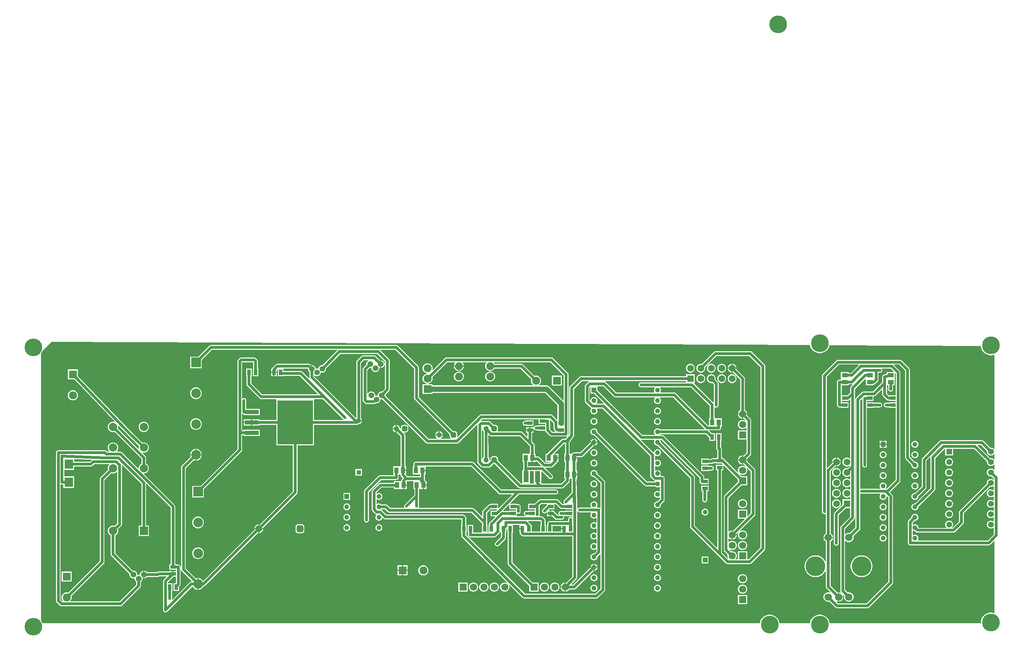
<source format=gbr>
G04*
G04 #@! TF.GenerationSoftware,Altium Limited,Altium Designer,22.4.2 (48)*
G04*
G04 Layer_Physical_Order=1*
G04 Layer_Color=255*
%FSLAX25Y25*%
%MOIN*%
G70*
G04*
G04 #@! TF.SameCoordinates,EFB2AD4A-E9B5-4B68-97B7-9E8596F90355*
G04*
G04*
G04 #@! TF.FilePolarity,Positive*
G04*
G01*
G75*
%ADD16R,0.03347X0.05315*%
%ADD17R,0.05315X0.03347*%
%ADD18R,0.05787X0.04016*%
%ADD19R,0.04016X0.05787*%
%ADD20R,0.05118X0.10630*%
%ADD21R,0.13386X0.03937*%
%ADD22R,0.33858X0.42126*%
%ADD23R,0.08465X0.09055*%
%ADD57R,0.07874X0.07874*%
%ADD58C,0.07874*%
%ADD70C,0.02500*%
%ADD71C,0.05000*%
%ADD72C,0.06496*%
%ADD73R,0.06496X0.06496*%
%ADD74C,0.05512*%
%ADD75C,0.18898*%
%ADD76C,0.07087*%
%ADD77C,0.07677*%
%ADD78R,0.07677X0.07677*%
%ADD79R,0.04685X0.04685*%
%ADD80C,0.04685*%
%ADD81C,0.05610*%
%ADD82R,0.05610X0.05610*%
%ADD83R,0.06496X0.06496*%
%ADD84R,0.06791X0.06791*%
%ADD85C,0.06791*%
%ADD86R,0.06791X0.06791*%
%ADD87C,0.04661*%
%ADD88R,0.04661X0.04661*%
%ADD89C,0.04528*%
%ADD90R,0.04528X0.04528*%
G04:AMPARAMS|DCode=91|XSize=51.18mil|YSize=51.18mil|CornerRadius=12.8mil|HoleSize=0mil|Usage=FLASHONLY|Rotation=0.000|XOffset=0mil|YOffset=0mil|HoleType=Round|Shape=RoundedRectangle|*
%AMROUNDEDRECTD91*
21,1,0.05118,0.02559,0,0,0.0*
21,1,0.02559,0.05118,0,0,0.0*
1,1,0.02559,0.01280,-0.01280*
1,1,0.02559,-0.01280,-0.01280*
1,1,0.02559,-0.01280,0.01280*
1,1,0.02559,0.01280,0.01280*
%
%ADD91ROUNDEDRECTD91*%
%ADD92C,0.05118*%
%ADD93R,0.07677X0.07677*%
G04:AMPARAMS|DCode=94|XSize=64.96mil|YSize=64.96mil|CornerRadius=16.24mil|HoleSize=0mil|Usage=FLASHONLY|Rotation=0.000|XOffset=0mil|YOffset=0mil|HoleType=Round|Shape=RoundedRectangle|*
%AMROUNDEDRECTD94*
21,1,0.06496,0.03248,0,0,0.0*
21,1,0.03248,0.06496,0,0,0.0*
1,1,0.03248,0.01624,-0.01624*
1,1,0.03248,-0.01624,-0.01624*
1,1,0.03248,-0.01624,0.01624*
1,1,0.03248,0.01624,0.01624*
%
%ADD94ROUNDEDRECTD94*%
%ADD95C,0.04559*%
%ADD96R,0.04559X0.04559*%
%ADD97C,0.05315*%
%ADD98R,0.07559X0.07559*%
%ADD99C,0.07559*%
%ADD100C,0.07500*%
%ADD101C,0.04331*%
%ADD102R,0.04331X0.04331*%
%ADD103R,0.09213X0.09213*%
%ADD104C,0.09213*%
%ADD105C,0.02500*%
%ADD106C,0.17047*%
%ADD107C,0.16929*%
G36*
X818652Y620180D02*
X818842Y619222D01*
X819560Y617489D01*
X820603Y615929D01*
X821929Y614603D01*
X823489Y613560D01*
X825222Y612842D01*
X827062Y612476D01*
X828938D01*
X830778Y612842D01*
X832511Y613560D01*
X834071Y614603D01*
X835398Y615929D01*
X836440Y617489D01*
X837158Y619222D01*
X837332Y620098D01*
X982476Y619461D01*
Y619062D01*
X982842Y617222D01*
X983560Y615489D01*
X984603Y613929D01*
X985929Y612603D01*
X987489Y611560D01*
X989222Y610842D01*
X991062Y610476D01*
X992938D01*
X994778Y610842D01*
X995041Y610951D01*
X995456Y610673D01*
Y520550D01*
X994956Y520425D01*
X994336Y521045D01*
X993469Y521546D01*
X992501Y521805D01*
X991499D01*
X991452Y521793D01*
X985067Y528177D01*
X984323Y528675D01*
X983445Y528849D01*
X944455D01*
X943577Y528675D01*
X942833Y528177D01*
X926396Y511740D01*
X925899Y510996D01*
X925724Y510118D01*
Y484653D01*
X919413Y478342D01*
X918875D01*
X918025Y478115D01*
X917263Y477675D01*
X916640Y477052D01*
X916200Y476290D01*
X915973Y475440D01*
Y474560D01*
X916200Y473710D01*
X916640Y472948D01*
X917263Y472325D01*
X918025Y471885D01*
X918875Y471658D01*
X919755D01*
X920605Y471885D01*
X921367Y472325D01*
X921990Y472948D01*
X922430Y473710D01*
X922657Y474560D01*
Y475098D01*
X929640Y482081D01*
X930137Y482825D01*
X930312Y483703D01*
Y509168D01*
X933606Y512462D01*
X934106Y512254D01*
Y483035D01*
X919413Y468342D01*
X918875D01*
X918025Y468115D01*
X917263Y467675D01*
X916640Y467052D01*
X916200Y466290D01*
X915973Y465440D01*
Y464560D01*
X916200Y463710D01*
X916640Y462948D01*
X917263Y462325D01*
X918025Y461885D01*
X918875Y461657D01*
X919755D01*
X920605Y461885D01*
X921367Y462325D01*
X921990Y462948D01*
X922430Y463710D01*
X922657Y464560D01*
Y465098D01*
X938022Y480463D01*
X938519Y481207D01*
X938694Y482085D01*
Y511605D01*
X947695Y520606D01*
X948195Y520399D01*
Y514195D01*
X955805D01*
Y520761D01*
X975995D01*
X988208Y508548D01*
X988195Y508501D01*
Y507499D01*
X988454Y506531D01*
X988955Y505664D01*
X989664Y504955D01*
X990531Y504454D01*
X991499Y504195D01*
X992501D01*
X993469Y504454D01*
X994336Y504955D01*
X994956Y505575D01*
X995456Y505450D01*
Y500550D01*
X994956Y500425D01*
X994336Y501045D01*
X993469Y501546D01*
X992501Y501805D01*
X991499D01*
X990531Y501546D01*
X989664Y501045D01*
X988955Y500336D01*
X988454Y499469D01*
X988195Y498501D01*
Y497499D01*
X988454Y496531D01*
X988955Y495664D01*
X989664Y494955D01*
X990531Y494454D01*
X991499Y494195D01*
X992501D01*
X992548Y494207D01*
X994806Y491950D01*
Y491229D01*
X994569Y491130D01*
X994306Y491062D01*
X993469Y491546D01*
X992501Y491805D01*
X991499D01*
X990531Y491546D01*
X989664Y491045D01*
X988955Y490336D01*
X988454Y489469D01*
X988195Y488501D01*
Y487499D01*
X988208Y487452D01*
X962078Y461322D01*
X961581Y460578D01*
X961406Y459700D01*
Y450950D01*
X955344Y444889D01*
X955005Y444931D01*
X954814Y445433D01*
X955045Y445664D01*
X955546Y446531D01*
X955805Y447499D01*
Y448501D01*
X955546Y449469D01*
X955045Y450336D01*
X954336Y451045D01*
X953469Y451546D01*
X952501Y451805D01*
X951499D01*
X950531Y451546D01*
X949664Y451045D01*
X948955Y450336D01*
X948454Y449469D01*
X948195Y448501D01*
Y447499D01*
X948454Y446531D01*
X948955Y445664D01*
X949325Y445294D01*
X949118Y444794D01*
X922765D01*
X922657Y444902D01*
Y445440D01*
X922430Y446290D01*
X921990Y447052D01*
X921367Y447675D01*
X920605Y448115D01*
X919755Y448343D01*
X918875D01*
X918025Y448115D01*
X917494Y447808D01*
X916994Y448083D01*
Y449435D01*
X919217Y451657D01*
X919755D01*
X920605Y451885D01*
X921367Y452325D01*
X921990Y452948D01*
X922430Y453710D01*
X922657Y454560D01*
Y455440D01*
X922430Y456290D01*
X921990Y457052D01*
X921367Y457675D01*
X920605Y458115D01*
X919755Y458343D01*
X918875D01*
X918025Y458115D01*
X917263Y457675D01*
X916640Y457052D01*
X916200Y456290D01*
X915973Y455440D01*
Y454902D01*
X913078Y452007D01*
X912581Y451263D01*
X912406Y450385D01*
Y430400D01*
X912581Y429522D01*
X913078Y428778D01*
X913822Y428281D01*
X914700Y428106D01*
X990000D01*
X990878Y428281D01*
X991622Y428778D01*
X994994Y432150D01*
X995456Y431959D01*
Y363327D01*
X995041Y363049D01*
X994778Y363158D01*
X992938Y363524D01*
X991062D01*
X989222Y363158D01*
X987489Y362440D01*
X985929Y361398D01*
X984603Y360071D01*
X983560Y358511D01*
X982842Y356778D01*
X982476Y354938D01*
Y353400D01*
X837432D01*
X837158Y354778D01*
X836440Y356511D01*
X835398Y358071D01*
X834071Y359398D01*
X832511Y360440D01*
X830778Y361158D01*
X828938Y361524D01*
X827062D01*
X825222Y361158D01*
X823489Y360440D01*
X821929Y359398D01*
X820603Y358071D01*
X819560Y356511D01*
X818842Y354778D01*
X818568Y353400D01*
X789432D01*
X789158Y354778D01*
X788440Y356511D01*
X787397Y358071D01*
X786071Y359398D01*
X784511Y360440D01*
X782778Y361158D01*
X780938Y361524D01*
X779062D01*
X777222Y361158D01*
X775489Y360440D01*
X773929Y359398D01*
X772603Y358071D01*
X771560Y356511D01*
X770842Y354778D01*
X770568Y353400D01*
X82836D01*
X82387Y354483D01*
X81555Y355728D01*
Y612272D01*
X82387Y613517D01*
X82916Y614793D01*
X91492Y623369D01*
X818652Y620180D01*
D02*
G37*
G36*
X988208Y518548D02*
X988195Y518501D01*
Y517499D01*
X988454Y516531D01*
X988955Y515664D01*
X989664Y514955D01*
X990531Y514454D01*
X991499Y514195D01*
X992501D01*
X993469Y514454D01*
X994336Y514955D01*
X994956Y515575D01*
X995456Y515450D01*
Y510550D01*
X994956Y510425D01*
X994336Y511045D01*
X993469Y511546D01*
X992501Y511805D01*
X991499D01*
X991452Y511793D01*
X979445Y523799D01*
X979636Y524261D01*
X982495D01*
X988208Y518548D01*
D02*
G37*
G36*
X994569Y484869D02*
X994806Y484771D01*
Y481229D01*
X994569Y481131D01*
X994306Y481062D01*
X993469Y481546D01*
X992501Y481805D01*
X991499D01*
X990531Y481546D01*
X989664Y481045D01*
X988955Y480336D01*
X988454Y479469D01*
X988195Y478501D01*
Y477499D01*
X988454Y476531D01*
X988955Y475664D01*
X989664Y474955D01*
X990531Y474454D01*
X991499Y474195D01*
X992501D01*
X993469Y474454D01*
X994306Y474938D01*
X994569Y474869D01*
X994806Y474771D01*
Y471229D01*
X994569Y471131D01*
X994306Y471062D01*
X993469Y471546D01*
X992501Y471805D01*
X991499D01*
X990531Y471546D01*
X989664Y471045D01*
X988955Y470336D01*
X988454Y469469D01*
X988195Y468501D01*
Y467499D01*
X988454Y466531D01*
X988955Y465664D01*
X989664Y464955D01*
X990531Y464454D01*
X991499Y464195D01*
X992501D01*
X993469Y464454D01*
X994306Y464938D01*
X994569Y464869D01*
X994806Y464771D01*
Y461229D01*
X994569Y461131D01*
X994306Y461062D01*
X993469Y461546D01*
X992501Y461805D01*
X991499D01*
X990531Y461546D01*
X989664Y461045D01*
X988955Y460336D01*
X988454Y459469D01*
X988195Y458501D01*
Y457499D01*
X988454Y456531D01*
X988955Y455664D01*
X989664Y454955D01*
X990531Y454454D01*
X991499Y454195D01*
X992501D01*
X993469Y454454D01*
X994306Y454938D01*
X994569Y454870D01*
X994806Y454771D01*
Y451229D01*
X994569Y451130D01*
X994306Y451062D01*
X993469Y451546D01*
X992501Y451805D01*
X991499D01*
X990531Y451546D01*
X989664Y451045D01*
X988955Y450336D01*
X988454Y449469D01*
X988195Y448501D01*
Y447499D01*
X988454Y446531D01*
X988955Y445664D01*
X989664Y444955D01*
X990531Y444454D01*
X991499Y444195D01*
X992501D01*
X993469Y444454D01*
X994306Y444938D01*
X994569Y444870D01*
X994806Y444771D01*
Y438450D01*
X989050Y432694D01*
X922418D01*
X922132Y433194D01*
X922430Y433710D01*
X922657Y434560D01*
Y435440D01*
X922430Y436290D01*
X921990Y437052D01*
X921367Y437675D01*
X920605Y438115D01*
X919755Y438343D01*
X918875D01*
X918025Y438115D01*
X917494Y437808D01*
X916994Y438084D01*
Y441917D01*
X917494Y442192D01*
X918025Y441885D01*
X918875Y441657D01*
X919413D01*
X920193Y440878D01*
X920937Y440381D01*
X921815Y440206D01*
X956200D01*
X957078Y440381D01*
X957822Y440878D01*
X965322Y448378D01*
X965819Y449122D01*
X965994Y450000D01*
Y458750D01*
X991452Y484207D01*
X991499Y484195D01*
X992501D01*
X993469Y484454D01*
X994306Y484938D01*
X994569Y484869D01*
D02*
G37*
%LPC*%
G36*
X744559Y602248D02*
X744500D01*
Y598500D01*
X748248D01*
Y598559D01*
X747959Y599640D01*
X747399Y600608D01*
X746608Y601399D01*
X745640Y601959D01*
X744559Y602248D01*
D02*
G37*
G36*
X743500D02*
X743441D01*
X742360Y601959D01*
X741392Y601399D01*
X740601Y600608D01*
X740041Y599640D01*
X739752Y598559D01*
Y598500D01*
X743500D01*
Y602248D01*
D02*
G37*
G36*
Y597500D02*
X739752D01*
Y597441D01*
X740041Y596360D01*
X740601Y595392D01*
X741392Y594601D01*
X742360Y594041D01*
X743441Y593752D01*
X743500D01*
Y597500D01*
D02*
G37*
G36*
X734559Y602248D02*
X733441D01*
X732360Y601959D01*
X731392Y601399D01*
X730601Y600608D01*
X730042Y599640D01*
X729752Y598559D01*
Y597441D01*
X730042Y596360D01*
X730601Y595392D01*
X731392Y594601D01*
X732360Y594041D01*
X733441Y593752D01*
X734559D01*
X735640Y594041D01*
X736608Y594601D01*
X737399Y595392D01*
X737958Y596360D01*
X738248Y597441D01*
Y598559D01*
X737958Y599640D01*
X737399Y600608D01*
X736608Y601399D01*
X735640Y601959D01*
X734559Y602248D01*
D02*
G37*
G36*
X724559D02*
X723441D01*
X722360Y601959D01*
X721392Y601399D01*
X720601Y600608D01*
X720042Y599640D01*
X719752Y598559D01*
Y597441D01*
X720042Y596360D01*
X720601Y595392D01*
X721392Y594601D01*
X722360Y594041D01*
X723441Y593752D01*
X724559D01*
X725640Y594041D01*
X726608Y594601D01*
X727399Y595392D01*
X727958Y596360D01*
X728248Y597441D01*
Y598559D01*
X727958Y599640D01*
X727399Y600608D01*
X726608Y601399D01*
X725640Y601959D01*
X724559Y602248D01*
D02*
G37*
G36*
X704559D02*
X703441D01*
X702360Y601959D01*
X701392Y601399D01*
X700601Y600608D01*
X700041Y599640D01*
X699752Y598559D01*
Y597441D01*
X700041Y596360D01*
X700601Y595392D01*
X701392Y594601D01*
X702360Y594041D01*
X703441Y593752D01*
X704559D01*
X705640Y594041D01*
X706608Y594601D01*
X707399Y595392D01*
X707959Y596360D01*
X708248Y597441D01*
Y598559D01*
X707959Y599640D01*
X707399Y600608D01*
X706608Y601399D01*
X705640Y601959D01*
X704559Y602248D01*
D02*
G37*
G36*
X307425Y593500D02*
X305252D01*
Y590343D01*
X307425D01*
Y593500D01*
D02*
G37*
G36*
X304252D02*
X302079D01*
Y590343D01*
X304252D01*
Y593500D01*
D02*
G37*
G36*
X285784Y608294D02*
X273464D01*
X272586Y608119D01*
X271842Y607622D01*
X270378Y606158D01*
X269881Y605413D01*
X269706Y604536D01*
Y538183D01*
Y520478D01*
X234362Y485134D01*
X226394D01*
Y473921D01*
X237606D01*
Y481890D01*
X273622Y517905D01*
X274119Y518650D01*
X274294Y519528D01*
Y533706D01*
X275752D01*
Y533032D01*
X291138D01*
Y538969D01*
X275752D01*
Y538294D01*
X275133D01*
X274294Y539133D01*
Y553837D01*
X274735Y554072D01*
X275022Y553881D01*
X275752Y553735D01*
Y553031D01*
X291138D01*
Y558968D01*
X278194D01*
Y567100D01*
X278150Y567322D01*
Y567548D01*
X278064Y567756D01*
X278019Y567978D01*
X277894Y568166D01*
X277807Y568374D01*
X277648Y568534D01*
X277522Y568722D01*
X277334Y568848D01*
X277174Y569007D01*
X276966Y569094D01*
X276778Y569219D01*
X276556Y569264D01*
X276348Y569350D01*
X276122D01*
X275900Y569394D01*
X275678Y569350D01*
X275452D01*
X275244Y569264D01*
X275022Y569219D01*
X274834Y569094D01*
X274794Y569077D01*
X274363Y569295D01*
X274294Y569370D01*
Y603585D01*
X274415Y603706D01*
X284833D01*
X284954Y603585D01*
Y597657D01*
X284575D01*
Y590343D01*
X289921D01*
Y597657D01*
X289542D01*
Y604536D01*
X289368Y605413D01*
X288870Y606158D01*
X287406Y607622D01*
X286662Y608119D01*
X285784Y608294D01*
D02*
G37*
G36*
X744559Y592248D02*
X743441D01*
X742360Y591959D01*
X741392Y591399D01*
X740601Y590608D01*
X740041Y589640D01*
X739752Y588559D01*
Y587441D01*
X740041Y586360D01*
X740601Y585392D01*
X741392Y584601D01*
X742360Y584042D01*
X743441Y583752D01*
X744559D01*
X745640Y584042D01*
X746608Y584601D01*
X747399Y585392D01*
X747959Y586360D01*
X748248Y587441D01*
Y588559D01*
X747959Y589640D01*
X747399Y590608D01*
X746608Y591399D01*
X745640Y591959D01*
X744559Y592248D01*
D02*
G37*
G36*
X734559D02*
X733441D01*
X732360Y591959D01*
X731392Y591399D01*
X730601Y590608D01*
X730042Y589640D01*
X729752Y588559D01*
Y587441D01*
X730042Y586360D01*
X730601Y585392D01*
X731392Y584601D01*
X732360Y584042D01*
X733441Y583752D01*
X734559D01*
X735640Y584042D01*
X736608Y584601D01*
X737399Y585392D01*
X737958Y586360D01*
X738248Y587441D01*
Y588559D01*
X737958Y589640D01*
X737399Y590608D01*
X736608Y591399D01*
X735640Y591959D01*
X734559Y592248D01*
D02*
G37*
G36*
X714559D02*
X713441D01*
X712360Y591959D01*
X711392Y591399D01*
X710601Y590608D01*
X710042Y589640D01*
X709752Y588559D01*
Y587441D01*
X710042Y586360D01*
X710601Y585392D01*
X711392Y584601D01*
X712360Y584042D01*
X713441Y583752D01*
X714559D01*
X715640Y584042D01*
X716608Y584601D01*
X717399Y585392D01*
X717958Y586360D01*
X718248Y587441D01*
Y588559D01*
X717958Y589640D01*
X717399Y590608D01*
X716608Y591399D01*
X715640Y591959D01*
X714559Y592248D01*
D02*
G37*
G36*
X230738Y579606D02*
X229262D01*
X227836Y579224D01*
X226558Y578486D01*
X225514Y577442D01*
X224776Y576164D01*
X224394Y574738D01*
Y573262D01*
X224776Y571836D01*
X225514Y570558D01*
X226558Y569514D01*
X227836Y568776D01*
X229262Y568394D01*
X230738D01*
X232164Y568776D01*
X233442Y569514D01*
X234486Y570558D01*
X235224Y571836D01*
X235606Y573262D01*
Y574738D01*
X235224Y576164D01*
X234486Y577442D01*
X233442Y578486D01*
X232164Y579224D01*
X230738Y579606D01*
D02*
G37*
G36*
X112637Y576839D02*
X111363D01*
X110132Y576509D01*
X109029Y575872D01*
X108128Y574971D01*
X107491Y573868D01*
X107161Y572637D01*
Y571363D01*
X107491Y570132D01*
X108128Y569029D01*
X109029Y568128D01*
X110132Y567491D01*
X111363Y567161D01*
X112637D01*
X113868Y567491D01*
X114971Y568128D01*
X115872Y569029D01*
X116509Y570132D01*
X116839Y571363D01*
Y572637D01*
X116509Y573868D01*
X115872Y574971D01*
X114971Y575872D01*
X113868Y576509D01*
X112637Y576839D01*
D02*
G37*
G36*
X748248Y597500D02*
X744500D01*
Y593752D01*
X744559D01*
X744910Y593846D01*
X751706Y587050D01*
Y557751D01*
X751301Y557517D01*
X750483Y556699D01*
X749904Y555697D01*
X749604Y554579D01*
Y554500D01*
X754000D01*
X758396D01*
Y554579D01*
X758096Y555697D01*
X757517Y556699D01*
X756699Y557517D01*
X756294Y557751D01*
Y588000D01*
X756119Y588878D01*
X755622Y589622D01*
X748154Y597090D01*
X748248Y597441D01*
Y597500D01*
D02*
G37*
G36*
X753500Y553500D02*
X749604D01*
Y553421D01*
X749904Y552303D01*
X750483Y551301D01*
X751301Y550483D01*
X752303Y549904D01*
X753421Y549604D01*
X753500D01*
Y553500D01*
D02*
G37*
G36*
X758396D02*
X754500D01*
Y549604D01*
X754579D01*
X755030Y549725D01*
X756609Y548147D01*
X756302Y547747D01*
X755697Y548096D01*
X754579Y548396D01*
X753421D01*
X752303Y548096D01*
X751301Y547517D01*
X750483Y546699D01*
X749904Y545697D01*
X749604Y544579D01*
Y543421D01*
X749904Y542303D01*
X750483Y541301D01*
X751301Y540483D01*
X752303Y539904D01*
X753421Y539604D01*
X754579D01*
X755697Y539904D01*
X756699Y540483D01*
X757206Y540989D01*
X757706Y540782D01*
Y538396D01*
X749604D01*
Y529604D01*
X757706D01*
Y516950D01*
X755030Y514275D01*
X754579Y514396D01*
X754500D01*
Y510500D01*
X758396D01*
Y510579D01*
X758275Y511030D01*
X761622Y514378D01*
X762119Y515122D01*
X762294Y516000D01*
Y548000D01*
X762119Y548878D01*
X761622Y549622D01*
X758275Y552970D01*
X758396Y553421D01*
Y553500D01*
D02*
G37*
G36*
X282945Y548969D02*
X275752D01*
Y546500D01*
X282945D01*
Y548969D01*
D02*
G37*
G36*
X116839Y596839D02*
X107161D01*
Y587161D01*
X113460D01*
X152056Y546889D01*
X151792Y546443D01*
X151122Y546622D01*
X149822D01*
X148567Y546286D01*
X147441Y545636D01*
X146522Y544716D01*
X145872Y543591D01*
X145535Y542335D01*
Y541035D01*
X145872Y539779D01*
X146522Y538654D01*
X147441Y537734D01*
X148567Y537084D01*
X149822Y536748D01*
X151122D01*
X151945Y536968D01*
X177706Y511207D01*
Y506376D01*
X176969Y505951D01*
X176049Y505031D01*
X175399Y503906D01*
X175063Y502650D01*
Y502035D01*
X174601Y501843D01*
X159167Y517278D01*
X158423Y517775D01*
X157545Y517949D01*
X154215D01*
X154023Y518411D01*
X154423Y518811D01*
X155073Y519937D01*
X155409Y521193D01*
Y522493D01*
X155073Y523748D01*
X154423Y524874D01*
X153504Y525793D01*
X152378Y526443D01*
X151122Y526780D01*
X149822D01*
X148567Y526443D01*
X147441Y525793D01*
X146522Y524874D01*
X145872Y523748D01*
X145535Y522493D01*
Y521193D01*
X145872Y519937D01*
X146522Y518811D01*
X146922Y518411D01*
X146730Y517949D01*
X145250D01*
X144578Y518622D01*
X143833Y519119D01*
X142955Y519294D01*
X98000D01*
X97122Y519119D01*
X96378Y518622D01*
X95881Y517878D01*
X95706Y517000D01*
Y375000D01*
X95881Y374122D01*
X96378Y373378D01*
X99478Y370278D01*
X100222Y369780D01*
X101100Y369606D01*
X157700D01*
X158578Y369780D01*
X159322Y370278D01*
X176622Y387578D01*
X177120Y388322D01*
X177294Y389200D01*
Y393051D01*
X177306Y393057D01*
X178006Y393757D01*
X178500Y394613D01*
X178756Y395568D01*
Y396034D01*
X179153Y396339D01*
X179500Y396246D01*
Y400000D01*
Y403754D01*
X178550Y403500D01*
X177694Y403006D01*
X176995Y402306D01*
X176500Y401450D01*
X176244Y400494D01*
Y400029D01*
X175847Y399724D01*
X175495Y399819D01*
X174505D01*
X174153Y399724D01*
X173756Y400029D01*
Y400494D01*
X173500Y401450D01*
X173005Y402306D01*
X172306Y403006D01*
X171450Y403500D01*
X170494Y403756D01*
X169506D01*
X169492Y403752D01*
X152767Y420478D01*
Y437545D01*
X153504Y437971D01*
X154423Y438890D01*
X155073Y440016D01*
X155409Y441271D01*
Y442571D01*
X155189Y443394D01*
X158322Y446527D01*
X158819Y447271D01*
X158994Y448149D01*
Y505000D01*
X158981Y505068D01*
X159441Y505314D01*
X177706Y487050D01*
Y446858D01*
X175063D01*
Y436984D01*
X184937D01*
Y446858D01*
X182294D01*
Y487008D01*
X182756Y487200D01*
X205706Y464250D01*
Y409921D01*
X204343D01*
Y404575D01*
X210706D01*
Y403425D01*
X208500D01*
Y400752D01*
X207500D01*
Y403425D01*
X204343D01*
Y403046D01*
X194352D01*
X193474Y402872D01*
X192730Y402374D01*
X192650Y402294D01*
X183012D01*
X183005Y402306D01*
X182306Y403006D01*
X181450Y403500D01*
X180500Y403754D01*
Y400000D01*
Y396246D01*
X181450Y396500D01*
X182306Y396994D01*
X183005Y397694D01*
X183012Y397706D01*
X193600D01*
X194478Y397881D01*
X195222Y398378D01*
X195302Y398458D01*
X201808D01*
X202000Y397996D01*
X199178Y395174D01*
X198680Y394430D01*
X198506Y393552D01*
Y366100D01*
X198680Y365222D01*
X199178Y364478D01*
X199922Y363981D01*
X200800Y363806D01*
X201678Y363981D01*
X202422Y364478D01*
X226409Y388465D01*
X226993Y388404D01*
X227514Y387502D01*
X228558Y386459D01*
X229836Y385721D01*
X231262Y385338D01*
X231500D01*
Y390945D01*
Y396551D01*
X231262D01*
X229981Y396208D01*
X220294Y405895D01*
Y501995D01*
X227981Y509682D01*
X229262Y509339D01*
X229500D01*
Y514445D01*
X224394D01*
Y514207D01*
X224737Y512926D01*
X216378Y504567D01*
X215880Y503823D01*
X215706Y502945D01*
Y407740D01*
X215206Y407691D01*
X215120Y408126D01*
X214622Y408870D01*
X213878Y409368D01*
X213000Y409542D01*
X211658D01*
Y409921D01*
X210294D01*
Y465200D01*
X210120Y466078D01*
X209622Y466822D01*
X179843Y496601D01*
X180035Y497063D01*
X180650D01*
X181906Y497399D01*
X183031Y498049D01*
X183951Y498969D01*
X184601Y500094D01*
X184937Y501350D01*
Y502650D01*
X184601Y503906D01*
X183951Y505031D01*
X183031Y505951D01*
X182294Y506376D01*
Y512157D01*
X182120Y513035D01*
X181622Y513780D01*
X178867Y516535D01*
X179117Y516968D01*
X179350Y516906D01*
X180650D01*
X181906Y517242D01*
X183031Y517892D01*
X183951Y518811D01*
X184601Y519937D01*
X184937Y521193D01*
Y522493D01*
X184601Y523748D01*
X183951Y524874D01*
X183031Y525793D01*
X181906Y526443D01*
X180650Y526780D01*
X179350D01*
X178528Y526559D01*
X163339Y541748D01*
X116839Y590267D01*
Y596839D01*
D02*
G37*
G36*
X612065Y550331D02*
X611188D01*
X610340Y550104D01*
X609581Y549665D01*
X608961Y549045D01*
X608522Y548286D01*
X608295Y547438D01*
Y546561D01*
X608522Y545714D01*
X608961Y544955D01*
X609581Y544335D01*
X610340Y543896D01*
X611188Y543669D01*
X612065D01*
X612912Y543896D01*
X613671Y544335D01*
X614291Y544955D01*
X614730Y545714D01*
X614957Y546561D01*
Y547438D01*
X614730Y548286D01*
X614291Y549045D01*
X613671Y549665D01*
X612912Y550104D01*
X612065Y550331D01*
D02*
G37*
G36*
X282945Y545500D02*
X275752D01*
Y543032D01*
X282945D01*
Y545500D01*
D02*
G37*
G36*
X421626Y543551D02*
X420752Y543317D01*
X419941Y542848D01*
X419278Y542185D01*
X418810Y541374D01*
X418575Y540500D01*
X421626D01*
Y543551D01*
D02*
G37*
G36*
X230738Y550079D02*
X229262D01*
X227836Y549697D01*
X226558Y548959D01*
X225514Y547915D01*
X224776Y546636D01*
X224394Y545211D01*
Y543734D01*
X224776Y542308D01*
X225514Y541030D01*
X226558Y539986D01*
X227836Y539248D01*
X229262Y538866D01*
X230738D01*
X232164Y539248D01*
X233442Y539986D01*
X234486Y541030D01*
X235224Y542308D01*
X235606Y543734D01*
Y545211D01*
X235224Y546636D01*
X234486Y547915D01*
X233442Y548959D01*
X232164Y549697D01*
X230738Y550079D01*
D02*
G37*
G36*
X180650Y546622D02*
X179350D01*
X178094Y546286D01*
X176969Y545636D01*
X176049Y544716D01*
X175399Y543591D01*
X175063Y542335D01*
Y541035D01*
X175399Y539779D01*
X176049Y538654D01*
X176969Y537734D01*
X178094Y537084D01*
X179350Y536748D01*
X180650D01*
X181906Y537084D01*
X183031Y537734D01*
X183951Y538654D01*
X184601Y539779D01*
X184937Y541035D01*
Y542335D01*
X184601Y543591D01*
X183951Y544716D01*
X183031Y545636D01*
X181906Y546286D01*
X180650Y546622D01*
D02*
G37*
G36*
X421626Y539500D02*
X418575D01*
X418810Y538626D01*
X419278Y537815D01*
X419941Y537152D01*
X420752Y536684D01*
X421626Y536449D01*
Y539500D01*
D02*
G37*
G36*
X612126Y530314D02*
Y527500D01*
X614940D01*
X614730Y528286D01*
X614291Y529045D01*
X613671Y529665D01*
X612912Y530104D01*
X612126Y530314D01*
D02*
G37*
G36*
X611126D02*
X610340Y530104D01*
X609581Y529665D01*
X608961Y529045D01*
X608522Y528286D01*
X608312Y527500D01*
X611126D01*
Y530314D01*
D02*
G37*
G36*
X614940Y526500D02*
X612126D01*
Y523686D01*
X612912Y523896D01*
X613671Y524335D01*
X614291Y524955D01*
X614730Y525714D01*
X614940Y526500D01*
D02*
G37*
G36*
X919755Y528342D02*
X918875D01*
X918025Y528115D01*
X917263Y527675D01*
X916640Y527052D01*
X916200Y526290D01*
X915973Y525440D01*
Y524560D01*
X916200Y523710D01*
X916640Y522948D01*
X917263Y522325D01*
X918025Y521885D01*
X918875Y521658D01*
X919755D01*
X920605Y521885D01*
X921367Y522325D01*
X921990Y522948D01*
X922430Y523710D01*
X922657Y524560D01*
Y525440D01*
X922430Y526290D01*
X921990Y527052D01*
X921367Y527675D01*
X920605Y528115D01*
X919755Y528342D01*
D02*
G37*
G36*
X230738Y520551D02*
X230500D01*
Y515445D01*
X235606D01*
Y515683D01*
X235224Y517109D01*
X234486Y518387D01*
X233442Y519431D01*
X232164Y520169D01*
X230738Y520551D01*
D02*
G37*
G36*
X229500D02*
X229262D01*
X227836Y520169D01*
X226558Y519431D01*
X225514Y518387D01*
X224776Y517109D01*
X224394Y515683D01*
Y515445D01*
X229500D01*
Y520551D01*
D02*
G37*
G36*
X612065Y520331D02*
X611188D01*
X610340Y520104D01*
X609581Y519665D01*
X608961Y519045D01*
X608522Y518286D01*
X608295Y517439D01*
Y516562D01*
X608522Y515714D01*
X608961Y514955D01*
X609581Y514335D01*
X610340Y513896D01*
X611188Y513669D01*
X612065D01*
X612912Y513896D01*
X613671Y514335D01*
X614291Y514955D01*
X614730Y515714D01*
X614957Y516562D01*
Y517439D01*
X614730Y518286D01*
X614291Y519045D01*
X613671Y519665D01*
X612912Y520104D01*
X612065Y520331D01*
D02*
G37*
G36*
X919755Y518342D02*
X918875D01*
X918025Y518115D01*
X917263Y517675D01*
X916640Y517052D01*
X916200Y516290D01*
X915973Y515440D01*
Y514560D01*
X916200Y513710D01*
X916640Y512948D01*
X917263Y512325D01*
X918025Y511885D01*
X918875Y511657D01*
X919755D01*
X920605Y511885D01*
X921367Y512325D01*
X921990Y512948D01*
X922430Y513710D01*
X922657Y514560D01*
Y515440D01*
X922430Y516290D01*
X921990Y517052D01*
X921367Y517675D01*
X920605Y518115D01*
X919755Y518342D01*
D02*
G37*
G36*
X753500Y514396D02*
X753421D01*
X752303Y514096D01*
X751301Y513517D01*
X750483Y512699D01*
X749904Y511697D01*
X749604Y510579D01*
Y510500D01*
X753500D01*
Y514396D01*
D02*
G37*
G36*
X235606Y514445D02*
X230500D01*
Y509339D01*
X230738D01*
X232164Y509721D01*
X233442Y510459D01*
X234486Y511503D01*
X235224Y512781D01*
X235606Y514207D01*
Y514445D01*
D02*
G37*
G36*
X844559Y512248D02*
X844500D01*
Y508500D01*
X848248D01*
Y508559D01*
X847958Y509640D01*
X847399Y510608D01*
X846608Y511399D01*
X845640Y511959D01*
X844559Y512248D01*
D02*
G37*
G36*
X843500D02*
X843441D01*
X842360Y511959D01*
X841392Y511399D01*
X840601Y510608D01*
X840042Y509640D01*
X839752Y508559D01*
Y508500D01*
X843500D01*
Y512248D01*
D02*
G37*
G36*
X753500Y509500D02*
X749604D01*
Y509421D01*
X749904Y508303D01*
X750483Y507301D01*
X751301Y506483D01*
X752303Y505904D01*
X753421Y505604D01*
X753500D01*
Y509500D01*
D02*
G37*
G36*
X952501Y511805D02*
X951499D01*
X950531Y511546D01*
X949664Y511045D01*
X948955Y510336D01*
X948454Y509469D01*
X948195Y508501D01*
Y507499D01*
X948454Y506531D01*
X948955Y505664D01*
X949664Y504955D01*
X950531Y504454D01*
X951499Y504195D01*
X952501D01*
X953469Y504454D01*
X954336Y504955D01*
X955045Y505664D01*
X955546Y506531D01*
X955805Y507499D01*
Y508501D01*
X955546Y509469D01*
X955045Y510336D01*
X954336Y511045D01*
X953469Y511546D01*
X952501Y511805D01*
D02*
G37*
G36*
X848248Y507500D02*
X844500D01*
Y503752D01*
X844559D01*
X845640Y504041D01*
X846608Y504601D01*
X847399Y505392D01*
X847958Y506360D01*
X848248Y507441D01*
Y507500D01*
D02*
G37*
G36*
X612065Y510331D02*
X611188D01*
X610340Y510104D01*
X609581Y509665D01*
X608961Y509045D01*
X608522Y508286D01*
X608295Y507439D01*
Y506562D01*
X608522Y505714D01*
X608961Y504955D01*
X609581Y504335D01*
X610340Y503896D01*
X611188Y503669D01*
X612065D01*
X612912Y503896D01*
X613671Y504335D01*
X614291Y504955D01*
X614730Y505714D01*
X614957Y506562D01*
Y507439D01*
X614730Y508286D01*
X614291Y509045D01*
X613671Y509665D01*
X612912Y510104D01*
X612065Y510331D01*
D02*
G37*
G36*
X905000Y606094D02*
X845500D01*
X844622Y605920D01*
X843878Y605422D01*
X830778Y592322D01*
X830281Y591578D01*
X830106Y590700D01*
Y460400D01*
X830150Y460178D01*
Y459952D01*
X830237Y459744D01*
X830281Y459522D01*
X830406Y459334D01*
X830492Y459126D01*
X830652Y458966D01*
X830778Y458778D01*
X830966Y458652D01*
X831126Y458493D01*
X831334Y458406D01*
X831522Y458281D01*
X831744Y458237D01*
X831952Y458150D01*
X832178D01*
X832400Y458106D01*
X832622Y458150D01*
X832848D01*
X833056Y458237D01*
X833278Y458281D01*
X833363Y458338D01*
X833634Y458247D01*
X833863Y458030D01*
Y439481D01*
X833368Y439194D01*
X832522Y438349D01*
X831924Y437313D01*
X831614Y436157D01*
Y436059D01*
X840701D01*
Y436157D01*
X840391Y437313D01*
X839793Y438349D01*
X838947Y439194D01*
X838451Y439481D01*
Y499207D01*
X843090Y503846D01*
X843441Y503752D01*
X843500D01*
Y507500D01*
X839752D01*
Y507441D01*
X839846Y507090D01*
X835156Y502400D01*
X834694Y502592D01*
Y589750D01*
X846450Y601506D01*
X865219D01*
X865411Y601044D01*
X857850Y593483D01*
X855894D01*
Y594197D01*
X848106D01*
Y588181D01*
X848106D01*
Y587819D01*
X848106D01*
Y587105D01*
X846800D01*
X845922Y586931D01*
X845178Y586433D01*
X844681Y585689D01*
X844506Y584811D01*
Y562752D01*
X844681Y561874D01*
X845178Y561130D01*
X845922Y560633D01*
X846800Y560458D01*
X848343D01*
Y560079D01*
X855657D01*
Y565425D01*
X849094D01*
Y566575D01*
X855657D01*
Y567085D01*
X855878Y567129D01*
X856622Y567626D01*
X856744Y567748D01*
X857206Y567556D01*
Y511455D01*
X856744Y511264D01*
X856608Y511399D01*
X855640Y511959D01*
X854559Y512248D01*
X853441D01*
X852360Y511959D01*
X851392Y511399D01*
X850601Y510608D01*
X850041Y509640D01*
X849752Y508559D01*
Y507441D01*
X850041Y506360D01*
X850601Y505392D01*
X851392Y504601D01*
X852360Y504041D01*
X853441Y503752D01*
X854559D01*
X855640Y504041D01*
X856321Y504435D01*
X856878Y504194D01*
X856890Y504135D01*
X854910Y502154D01*
X854559Y502248D01*
X853441D01*
X852360Y501959D01*
X851392Y501399D01*
X850601Y500608D01*
X850041Y499640D01*
X849752Y498559D01*
Y497441D01*
X850041Y496360D01*
X850601Y495392D01*
X851392Y494601D01*
X852360Y494041D01*
X853441Y493752D01*
X854559D01*
X855640Y494041D01*
X856608Y494601D01*
X856744Y494736D01*
X857206Y494545D01*
Y491455D01*
X856744Y491264D01*
X856608Y491399D01*
X855640Y491959D01*
X854559Y492248D01*
X853441D01*
X852360Y491959D01*
X851392Y491399D01*
X850601Y490608D01*
X850041Y489640D01*
X849752Y488559D01*
Y487441D01*
X850041Y486360D01*
X850601Y485392D01*
X851392Y484601D01*
X852360Y484042D01*
X853441Y483752D01*
X854559D01*
X855640Y484042D01*
X856608Y484601D01*
X856744Y484736D01*
X857206Y484545D01*
Y481455D01*
X856744Y481264D01*
X856608Y481399D01*
X855640Y481958D01*
X854559Y482248D01*
X853441D01*
X852360Y481958D01*
X851392Y481399D01*
X850601Y480608D01*
X850041Y479640D01*
X849752Y478559D01*
Y477441D01*
X850041Y476360D01*
X850601Y475392D01*
X851392Y474601D01*
X852360Y474042D01*
X853441Y473752D01*
X854559D01*
X855640Y474042D01*
X856608Y474601D01*
X856744Y474736D01*
X857206Y474545D01*
Y472248D01*
X849752D01*
Y466996D01*
X842278Y459522D01*
X841781Y458778D01*
X841606Y457900D01*
Y430000D01*
X841650Y429778D01*
Y429553D01*
X841737Y429344D01*
X841781Y429122D01*
X841906Y428934D01*
X841992Y428725D01*
X842152Y428566D01*
X842278Y428378D01*
X842466Y428252D01*
X842626Y428092D01*
X842834Y428006D01*
X843022Y427881D01*
X843244Y427837D01*
X843452Y427750D01*
X843678D01*
X843900Y427706D01*
X844122Y427750D01*
X844348D01*
X844556Y427837D01*
X844778Y427881D01*
X844966Y428006D01*
X845175Y428092D01*
X845334Y428252D01*
X845522Y428378D01*
X845648Y428566D01*
X845807Y428725D01*
X845894Y428934D01*
X846019Y429122D01*
X846064Y429344D01*
X846150Y429553D01*
Y429778D01*
X846194Y430000D01*
Y456950D01*
X852996Y463752D01*
X857206D01*
Y455450D01*
X848378Y446622D01*
X847881Y445878D01*
X847706Y445000D01*
Y384315D01*
X847881Y383437D01*
X848127Y383068D01*
X847776Y382693D01*
X847754Y382706D01*
X846598Y383016D01*
X846500D01*
Y378972D01*
X850543D01*
Y379070D01*
X850269Y380095D01*
X850717Y380353D01*
X851447Y379623D01*
X851299Y379070D01*
Y377874D01*
X851609Y376719D01*
X852207Y375683D01*
X853053Y374837D01*
X854089Y374239D01*
X855245Y373929D01*
X856441D01*
X857596Y374239D01*
X858632Y374837D01*
X859478Y375683D01*
X860076Y376719D01*
X860386Y377874D01*
Y379070D01*
X860076Y380226D01*
X859478Y381262D01*
X858632Y382108D01*
X857596Y382706D01*
X856441Y383016D01*
X855245D01*
X854692Y382868D01*
X852294Y385265D01*
Y432029D01*
X852756Y432220D01*
X853053Y431923D01*
X854089Y431325D01*
X855245Y431016D01*
X856441D01*
X857596Y431325D01*
X858632Y431923D01*
X859478Y432769D01*
X860076Y433805D01*
X860386Y434961D01*
Y436157D01*
X860238Y436710D01*
X866222Y442694D01*
X866719Y443438D01*
X866894Y444316D01*
Y477498D01*
X866976Y477594D01*
X867394Y477846D01*
X867444Y477837D01*
X867652Y477750D01*
X867878D01*
X868100Y477706D01*
X885957D01*
X886164Y477206D01*
X886010Y477052D01*
X885570Y476290D01*
X885343Y475440D01*
Y474560D01*
X885570Y473710D01*
X886010Y472948D01*
X886633Y472325D01*
X887395Y471885D01*
X888245Y471658D01*
X889125D01*
X889975Y471885D01*
X890737Y472325D01*
X891360Y472948D01*
X891800Y473710D01*
X892027Y474560D01*
Y475021D01*
X892527Y475228D01*
X893706Y474050D01*
Y393150D01*
X872850Y372294D01*
X845580D01*
X844119Y373755D01*
X844378Y374203D01*
X845402Y373929D01*
X845500D01*
Y378472D01*
Y383016D01*
X845402D01*
X844849Y382868D01*
X838451Y389265D01*
Y431637D01*
X838947Y431923D01*
X839793Y432769D01*
X840391Y433805D01*
X840701Y434961D01*
Y435059D01*
X831614D01*
Y434961D01*
X831924Y433805D01*
X832522Y432769D01*
X833368Y431923D01*
X833863Y431637D01*
Y412666D01*
X833363Y412546D01*
X832889Y413476D01*
X831923Y414807D01*
X830760Y415970D01*
X829429Y416937D01*
X827964Y417683D01*
X826400Y418191D01*
X824775Y418449D01*
X823131D01*
X821506Y418191D01*
X819942Y417683D01*
X818476Y416937D01*
X817146Y415970D01*
X815983Y414807D01*
X815016Y413476D01*
X814270Y412011D01*
X813761Y410447D01*
X813504Y408822D01*
Y407178D01*
X813761Y405553D01*
X814270Y403989D01*
X815016Y402524D01*
X815983Y401193D01*
X817146Y400030D01*
X818476Y399063D01*
X819942Y398317D01*
X821506Y397809D01*
X823131Y397551D01*
X824775D01*
X826400Y397809D01*
X827964Y398317D01*
X829429Y399063D01*
X830760Y400030D01*
X831923Y401193D01*
X832889Y402524D01*
X833363Y403454D01*
X833863Y403334D01*
Y388315D01*
X834038Y387437D01*
X834535Y386693D01*
X838039Y383190D01*
X837780Y382741D01*
X836755Y383016D01*
X835559D01*
X834404Y382706D01*
X833368Y382108D01*
X832522Y381262D01*
X831924Y380226D01*
X831614Y379070D01*
Y377874D01*
X831924Y376719D01*
X832522Y375683D01*
X833368Y374837D01*
X834404Y374239D01*
X835559Y373929D01*
X836755D01*
X837308Y374077D01*
X843008Y368378D01*
X843752Y367881D01*
X844630Y367706D01*
X873800D01*
X874678Y367881D01*
X875422Y368378D01*
X897622Y390578D01*
X898119Y391322D01*
X898294Y392200D01*
Y475000D01*
X898120Y475878D01*
X897622Y476622D01*
X895244Y479000D01*
X904622Y488378D01*
X905120Y489122D01*
X905294Y490000D01*
Y594000D01*
X905119Y594878D01*
X904622Y595622D01*
X899200Y601044D01*
X899392Y601506D01*
X904050D01*
X909906Y595650D01*
Y512115D01*
X910081Y511237D01*
X910578Y510493D01*
X915973Y505098D01*
Y504560D01*
X916200Y503710D01*
X916640Y502948D01*
X917263Y502325D01*
X918025Y501885D01*
X918875Y501657D01*
X919755D01*
X920605Y501885D01*
X921367Y502325D01*
X921990Y502948D01*
X922430Y503710D01*
X922657Y504560D01*
Y505440D01*
X922430Y506290D01*
X921990Y507052D01*
X921367Y507675D01*
X920605Y508115D01*
X919755Y508343D01*
X919217D01*
X914494Y513065D01*
Y596600D01*
X914320Y597478D01*
X913822Y598222D01*
X906622Y605422D01*
X905878Y605919D01*
X905000Y606094D01*
D02*
G37*
G36*
X721658Y504673D02*
X714342D01*
Y499327D01*
X721658D01*
Y499706D01*
X724132D01*
X724353Y499750D01*
X724579D01*
X724788Y499836D01*
X725009Y499881D01*
X725197Y500006D01*
X725406Y500093D01*
X725566Y500252D01*
X725754Y500378D01*
X725879Y500566D01*
X726039Y500726D01*
X726125Y500934D01*
X726251Y501122D01*
X726295Y501344D01*
X726382Y501552D01*
Y501778D01*
X726426Y502000D01*
X726382Y502222D01*
Y502448D01*
X726295Y502656D01*
X726251Y502878D01*
X726125Y503066D01*
X726039Y503274D01*
X725879Y503434D01*
X725754Y503622D01*
X725566Y503748D01*
X725406Y503907D01*
X725197Y503994D01*
X725009Y504119D01*
X724788Y504164D01*
X724579Y504250D01*
X724353D01*
X724132Y504294D01*
X721658D01*
Y504673D01*
D02*
G37*
G36*
X672874Y500314D02*
Y497500D01*
X675688D01*
X675478Y498286D01*
X675039Y499045D01*
X674419Y499665D01*
X673660Y500104D01*
X672874Y500314D01*
D02*
G37*
G36*
X389165Y501165D02*
X382835D01*
Y494835D01*
X389165D01*
Y501165D01*
D02*
G37*
G36*
X952501Y501805D02*
X951499D01*
X950531Y501546D01*
X949664Y501045D01*
X948955Y500336D01*
X948454Y499469D01*
X948195Y498501D01*
Y497499D01*
X948454Y496531D01*
X948955Y495664D01*
X949664Y494955D01*
X950531Y494454D01*
X951499Y494195D01*
X952501D01*
X953469Y494454D01*
X954336Y494955D01*
X955045Y495664D01*
X955546Y496531D01*
X955805Y497499D01*
Y498501D01*
X955546Y499469D01*
X955045Y500336D01*
X954336Y501045D01*
X953469Y501546D01*
X952501Y501805D01*
D02*
G37*
G36*
X844559Y502248D02*
X843441D01*
X842360Y501959D01*
X841392Y501399D01*
X840601Y500608D01*
X840042Y499640D01*
X839752Y498559D01*
Y497441D01*
X840042Y496360D01*
X840601Y495392D01*
X841392Y494601D01*
X842360Y494041D01*
X843441Y493752D01*
X844559D01*
X845640Y494041D01*
X846608Y494601D01*
X847399Y495392D01*
X847958Y496360D01*
X848248Y497441D01*
Y498559D01*
X847958Y499640D01*
X847399Y500608D01*
X846608Y501399D01*
X845640Y501959D01*
X844559Y502248D01*
D02*
G37*
G36*
X919755Y498343D02*
X918875D01*
X918025Y498115D01*
X917263Y497675D01*
X916640Y497052D01*
X916200Y496290D01*
X915973Y495440D01*
Y494560D01*
X916200Y493710D01*
X916640Y492948D01*
X917263Y492325D01*
X918025Y491885D01*
X918875Y491657D01*
X919755D01*
X920605Y491885D01*
X921367Y492325D01*
X921990Y492948D01*
X922430Y493710D01*
X922657Y494560D01*
Y495440D01*
X922430Y496290D01*
X921990Y497052D01*
X921367Y497675D01*
X920605Y498115D01*
X919755Y498343D01*
D02*
G37*
G36*
X422000Y620294D02*
X244472D01*
X243595Y620119D01*
X242850Y619622D01*
X232362Y609134D01*
X224394D01*
Y597921D01*
X235606D01*
Y605890D01*
X245423Y615706D01*
X365408D01*
X365615Y615206D01*
X351413Y601004D01*
X350518D01*
X349588Y600755D01*
X348754Y600273D01*
X348073Y599592D01*
X347592Y598758D01*
X347342Y597828D01*
X346955Y597531D01*
X346481Y597657D01*
X345518D01*
X345045Y597531D01*
X344930Y597618D01*
X344628Y597937D01*
X344408Y598758D01*
X343927Y599592D01*
X343246Y600273D01*
X342412Y600755D01*
X341500Y600999D01*
Y597346D01*
X340500D01*
Y601091D01*
X339969Y601622D01*
X339224Y602119D01*
X338346Y602294D01*
X307964D01*
X307086Y602119D01*
X306342Y601622D01*
X303130Y598410D01*
X302632Y597666D01*
X302631Y597657D01*
X302079D01*
Y594500D01*
X304752D01*
X307425D01*
Y596216D01*
X308113Y596904D01*
X308575Y596713D01*
Y590343D01*
X313921D01*
Y590706D01*
X329550D01*
X346900Y573356D01*
X346708Y572894D01*
X293602D01*
X283046Y583450D01*
Y590343D01*
X283425D01*
Y597657D01*
X278079D01*
Y590343D01*
X278458D01*
Y582500D01*
X278632Y581622D01*
X279130Y580878D01*
X291030Y568978D01*
X291774Y568481D01*
X292652Y568306D01*
X306849D01*
X307248Y568063D01*
Y548294D01*
X291138D01*
Y548969D01*
X283945D01*
Y546000D01*
Y543032D01*
X291138D01*
Y543706D01*
X307248D01*
Y523937D01*
X322883D01*
Y479812D01*
X291225Y448154D01*
X290874Y448248D01*
X290815D01*
Y444500D01*
X294563D01*
Y444559D01*
X294469Y444910D01*
X326799Y477240D01*
X327297Y477984D01*
X327471Y478862D01*
Y523937D01*
X343106D01*
Y543706D01*
X384394D01*
X385272Y543881D01*
X386016Y544378D01*
X386079Y544441D01*
X386417D01*
X387222Y544657D01*
X387944Y545074D01*
X388533Y545663D01*
X388950Y546385D01*
X389143Y547106D01*
X386000D01*
Y548106D01*
X389143D01*
X388950Y548828D01*
X388533Y549550D01*
X388294Y549789D01*
Y603050D01*
X390950Y605706D01*
X395016D01*
X395150Y605206D01*
X394694Y604943D01*
X393994Y604243D01*
X393500Y603387D01*
X393244Y602431D01*
Y601442D01*
X393248Y601429D01*
X390378Y598559D01*
X389880Y597815D01*
X389706Y596937D01*
Y567464D01*
X389880Y566586D01*
X390378Y565842D01*
X391842Y564378D01*
X392586Y563881D01*
X393464Y563706D01*
X400937D01*
X401815Y563881D01*
X402468Y564317D01*
X402505Y564307D01*
X403495D01*
X404450Y564563D01*
X405306Y565058D01*
X406005Y565757D01*
X406500Y566613D01*
X406756Y567568D01*
Y568034D01*
X407153Y568339D01*
X407506Y568244D01*
X408495D01*
X408508Y568248D01*
X450378Y526378D01*
X451122Y525880D01*
X452000Y525706D01*
X480300D01*
X481178Y525881D01*
X481922Y526378D01*
X499295Y543751D01*
X499706Y543455D01*
Y507937D01*
X499881Y507059D01*
X500378Y506315D01*
X503315Y503378D01*
X504059Y502880D01*
X504937Y502706D01*
X510937D01*
X511815Y502881D01*
X512559Y503378D01*
X515578Y506396D01*
X516296D01*
X539315Y483378D01*
X540059Y482881D01*
X540937Y482706D01*
X581000D01*
X581878Y482881D01*
X582622Y483378D01*
X587622Y488378D01*
X588120Y489122D01*
X588294Y490000D01*
Y491753D01*
X588648Y492106D01*
X589370Y492106D01*
X589508Y492106D01*
X590084D01*
Y478528D01*
X582978Y471422D01*
X582852Y471234D01*
X582692Y471074D01*
X582606Y470866D01*
X582481Y470678D01*
X582437Y470456D01*
X582350Y470248D01*
Y470022D01*
X582306Y469800D01*
X582350Y469578D01*
Y469352D01*
X582437Y469144D01*
X582481Y468922D01*
X582606Y468734D01*
X582692Y468526D01*
X582852Y468366D01*
X582978Y468178D01*
X583166Y468052D01*
X583176Y468042D01*
X582969Y467542D01*
X581602D01*
X577522Y471622D01*
X576778Y472119D01*
X575900Y472294D01*
X560000D01*
X559122Y472119D01*
X558378Y471622D01*
X554677Y467921D01*
X548343D01*
Y462575D01*
X554806D01*
Y461425D01*
X548343D01*
Y461046D01*
X546552D01*
X546330Y461002D01*
X546104D01*
X545896Y460916D01*
X545674Y460872D01*
X545486Y460746D01*
X545278Y460660D01*
X545118Y460500D01*
X544930Y460374D01*
X544804Y460186D01*
X544644Y460027D01*
X544558Y459818D01*
X544432Y459630D01*
X544388Y459408D01*
X544302Y459199D01*
Y458974D01*
X544258Y458752D01*
X544302Y458530D01*
Y458304D01*
X544388Y458096D01*
X544432Y457874D01*
X544558Y457686D01*
X544644Y457478D01*
X544804Y457318D01*
X544930Y457130D01*
X545118Y457004D01*
X545278Y456845D01*
X545486Y456758D01*
X545674Y456633D01*
X545896Y456589D01*
X546104Y456502D01*
X546107Y456496D01*
X545775Y455996D01*
X538123D01*
X537657Y456079D01*
Y458180D01*
X537669Y458197D01*
X538107Y458471D01*
X538158Y458473D01*
X538344Y458436D01*
X538553Y458350D01*
X538778D01*
X539000Y458306D01*
X539222Y458350D01*
X539447D01*
X539656Y458436D01*
X539878Y458481D01*
X540066Y458606D01*
X540274Y458693D01*
X540434Y458852D01*
X540622Y458978D01*
X540748Y459166D01*
X540907Y459326D01*
X540994Y459534D01*
X541119Y459722D01*
X541163Y459944D01*
X541250Y460152D01*
Y460378D01*
X541294Y460600D01*
Y465248D01*
X541119Y466126D01*
X540622Y466870D01*
X539878Y467368D01*
X539000Y467542D01*
X537657D01*
Y467921D01*
X531419D01*
X531227Y468383D01*
X539750Y476906D01*
X575000D01*
X575222Y476950D01*
X575448D01*
X575656Y477037D01*
X575878Y477081D01*
X576066Y477206D01*
X576274Y477292D01*
X576434Y477452D01*
X576622Y477578D01*
X576748Y477766D01*
X576907Y477925D01*
X576994Y478134D01*
X577119Y478322D01*
X577164Y478544D01*
X577250Y478753D01*
Y478978D01*
X577294Y479200D01*
X577250Y479422D01*
Y479647D01*
X577164Y479856D01*
X577119Y480078D01*
X576994Y480266D01*
X576907Y480475D01*
X576748Y480634D01*
X576622Y480822D01*
X576434Y480948D01*
X576274Y481108D01*
X576066Y481194D01*
X575878Y481319D01*
X575656Y481363D01*
X575448Y481450D01*
X575222D01*
X575000Y481494D01*
X522650D01*
X496522Y507622D01*
X495778Y508119D01*
X494900Y508294D01*
X440811D01*
X439933Y508119D01*
X439189Y507622D01*
X438692Y506878D01*
X438517Y506000D01*
Y503734D01*
X437803D01*
Y495947D01*
X443819D01*
Y495947D01*
X444181D01*
Y495947D01*
X444895D01*
Y494294D01*
X432928D01*
X431558Y495664D01*
X431386Y496106D01*
X431386D01*
X431386Y496106D01*
Y499500D01*
X428378D01*
Y500500D01*
X431386D01*
Y503894D01*
X430672D01*
Y533748D01*
X430498Y534626D01*
X430000Y535370D01*
X429436Y535934D01*
X429627Y536396D01*
X431280D01*
X432169Y536573D01*
X432923Y537077D01*
X433427Y537831D01*
X433604Y538721D01*
Y541280D01*
X433427Y542169D01*
X432923Y542923D01*
X432169Y543427D01*
X431280Y543604D01*
X428721D01*
X427831Y543427D01*
X427077Y542923D01*
X426573Y542169D01*
X426396Y541280D01*
Y539922D01*
X425896Y539677D01*
X425685Y539840D01*
Y540469D01*
X425443Y541374D01*
X424974Y542185D01*
X424311Y542848D01*
X423500Y543317D01*
X422626Y543551D01*
Y540000D01*
Y536256D01*
X426084Y532798D01*
Y504247D01*
X425730Y503894D01*
X425008Y503894D01*
X424870Y503894D01*
X418992D01*
Y496106D01*
X419706D01*
Y495294D01*
X406500D01*
X405622Y495119D01*
X404878Y494622D01*
X391878Y481622D01*
X391381Y480878D01*
X391206Y480000D01*
Y452300D01*
X391250Y452078D01*
Y451853D01*
X391336Y451644D01*
X391381Y451422D01*
X391506Y451234D01*
X391593Y451025D01*
X391752Y450866D01*
X391878Y450678D01*
X392066Y450552D01*
X392226Y450392D01*
X392434Y450306D01*
X392622Y450181D01*
X392844Y450137D01*
X393052Y450050D01*
X393278D01*
X393500Y450006D01*
X393722Y450050D01*
X393948D01*
X394156Y450137D01*
X394378Y450181D01*
X394566Y450306D01*
X394775Y450392D01*
X394934Y450552D01*
X395122Y450678D01*
X395248Y450866D01*
X395408Y451025D01*
X395494Y451234D01*
X395620Y451422D01*
X395663Y451644D01*
X395750Y451853D01*
Y452078D01*
X395794Y452300D01*
Y479050D01*
X407450Y490706D01*
X422000D01*
X422878Y490881D01*
X423622Y491378D01*
X424119Y492122D01*
X424294Y493000D01*
Y495753D01*
X424648Y496106D01*
X425370Y496106D01*
X425508Y496106D01*
X426084D01*
Y495600D01*
X426259Y494722D01*
X426756Y493978D01*
X428326Y492407D01*
X427567Y491648D01*
X427070Y490904D01*
X426895Y490026D01*
Y489734D01*
X426181D01*
Y489734D01*
X425819D01*
Y489734D01*
X419803D01*
Y488094D01*
X407000D01*
X406122Y487919D01*
X405378Y487422D01*
X399178Y481222D01*
X398680Y480478D01*
X398506Y479600D01*
Y462500D01*
X398680Y461622D01*
X399178Y460878D01*
X401678Y458378D01*
X402422Y457881D01*
X402829Y457800D01*
X402993Y457257D01*
X402750Y457014D01*
X402318Y456266D01*
X402095Y455432D01*
Y454568D01*
X402318Y453734D01*
X402750Y452986D01*
X403360Y452376D01*
X404108Y451944D01*
X404942Y451721D01*
X405806D01*
X406640Y451944D01*
X407388Y452376D01*
X407998Y452986D01*
X408430Y453734D01*
X408575Y454274D01*
X409132Y454423D01*
X409878Y453678D01*
X410622Y453181D01*
X411500Y453006D01*
X484458D01*
Y447657D01*
X484079D01*
Y440343D01*
X484458D01*
Y437248D01*
X484632Y436370D01*
X485130Y435626D01*
X528609Y392147D01*
X528302Y391747D01*
X527697Y392096D01*
X526579Y392396D01*
X525421D01*
X524303Y392096D01*
X523301Y391517D01*
X522483Y390699D01*
X521904Y389697D01*
X521604Y388579D01*
Y387421D01*
X521904Y386303D01*
X522483Y385301D01*
X523301Y384483D01*
X524303Y383904D01*
X525421Y383604D01*
X526579D01*
X527697Y383904D01*
X528699Y384483D01*
X529517Y385301D01*
X530096Y386303D01*
X530396Y387421D01*
Y388579D01*
X530096Y389697D01*
X529747Y390302D01*
X530147Y390609D01*
X543007Y377749D01*
X543751Y377252D01*
X544629Y377077D01*
X613906D01*
X614784Y377252D01*
X615529Y377749D01*
X621622Y383842D01*
X622119Y384587D01*
X622294Y385465D01*
Y488626D01*
X622119Y489504D01*
X621622Y490248D01*
X614957Y496914D01*
Y497438D01*
X614730Y498286D01*
X614291Y499045D01*
X613671Y499665D01*
X612912Y500104D01*
X612065Y500331D01*
X611188D01*
X610340Y500104D01*
X609581Y499665D01*
X608961Y499045D01*
X608522Y498286D01*
X608295Y497438D01*
Y496561D01*
X608522Y495714D01*
X608961Y494955D01*
X609581Y494335D01*
X610340Y493896D01*
X611188Y493669D01*
X611712D01*
X617706Y487676D01*
Y464297D01*
X617265Y464061D01*
X617178Y464119D01*
X616300Y464294D01*
X614337D01*
X614130Y464794D01*
X614291Y464955D01*
X614730Y465714D01*
X614957Y466562D01*
Y467439D01*
X614730Y468286D01*
X614291Y469045D01*
X613671Y469665D01*
X612912Y470104D01*
X612065Y470331D01*
X611188D01*
X610340Y470104D01*
X609581Y469665D01*
X608961Y469045D01*
X608522Y468286D01*
X608295Y467439D01*
Y466562D01*
X608522Y465714D01*
X608961Y464955D01*
X609122Y464794D01*
X608915Y464294D01*
X597900D01*
X597678Y464250D01*
X597452D01*
X597244Y464163D01*
X597022Y464119D01*
X596834Y463994D01*
X596626Y463907D01*
X596466Y463748D01*
X596278Y463622D01*
X596152Y463434D01*
X595994Y463276D01*
X595985Y463276D01*
X595494Y463378D01*
Y469000D01*
X595487Y469035D01*
X595493Y469070D01*
X594803Y491747D01*
X595151Y492106D01*
X595386D01*
Y495500D01*
X592378D01*
Y496500D01*
X595386D01*
Y499894D01*
X594672D01*
Y508106D01*
X595386D01*
Y511500D01*
X592378D01*
Y512500D01*
X595386D01*
Y512706D01*
X599626D01*
X600504Y512881D01*
X601248Y513378D01*
X611126Y523256D01*
Y526500D01*
X607882D01*
X598676Y517294D01*
X592378D01*
X591500Y517119D01*
X590756Y516622D01*
X590269Y515894D01*
X589508D01*
X589370Y515894D01*
X589008D01*
X588870Y515894D01*
X588294D01*
Y526581D01*
X591984Y531891D01*
X592082Y532117D01*
X592219Y532322D01*
X592260Y532523D01*
X592342Y532711D01*
X592346Y532958D01*
X592394Y533200D01*
Y578036D01*
X600064Y585706D01*
X606475D01*
X606609Y585243D01*
X606602Y585206D01*
X605878Y584722D01*
X603378Y582222D01*
X602881Y581478D01*
X602706Y580600D01*
Y566600D01*
X602881Y565722D01*
X603378Y564978D01*
X608378Y559978D01*
X608862Y559654D01*
X608960Y559049D01*
X608956Y559036D01*
X608522Y558286D01*
X608295Y557439D01*
Y556562D01*
X608522Y555714D01*
X608961Y554955D01*
X609581Y554335D01*
X610340Y553896D01*
X611188Y553669D01*
X612065D01*
X612912Y553896D01*
X613671Y554335D01*
X614291Y554955D01*
X614730Y555714D01*
X614957Y556562D01*
Y557439D01*
X614730Y558286D01*
X614429Y558806D01*
X614710Y559306D01*
X619850D01*
X665406Y513750D01*
Y495000D01*
X665581Y494122D01*
X666078Y493378D01*
X668678Y490778D01*
X669422Y490280D01*
X670145Y490137D01*
X670270Y489816D01*
X670284Y489730D01*
X670279Y489615D01*
X669958Y489294D01*
X662576D01*
X614957Y536914D01*
Y537438D01*
X614730Y538286D01*
X614291Y539045D01*
X613671Y539665D01*
X612912Y540104D01*
X612065Y540331D01*
X611188D01*
X610340Y540104D01*
X609581Y539665D01*
X608961Y539045D01*
X608522Y538286D01*
X608295Y537438D01*
Y536561D01*
X608522Y535714D01*
X608961Y534955D01*
X609581Y534335D01*
X610340Y533896D01*
X611188Y533669D01*
X611712D01*
X660004Y485378D01*
X660748Y484881D01*
X661626Y484706D01*
X669958D01*
X670329Y484335D01*
X671088Y483896D01*
X671936Y483669D01*
X672813D01*
X673660Y483896D01*
X674206Y484212D01*
X674706Y483950D01*
Y480050D01*
X674206Y479788D01*
X673660Y480104D01*
X672813Y480331D01*
X671936D01*
X671088Y480104D01*
X670329Y479665D01*
X669709Y479045D01*
X669270Y478286D01*
X669043Y477438D01*
Y476561D01*
X669270Y475714D01*
X669709Y474955D01*
X670329Y474335D01*
X671088Y473896D01*
X671936Y473669D01*
X672813D01*
X673660Y473896D01*
X674206Y474212D01*
X674706Y473950D01*
Y472576D01*
X672460Y470331D01*
X671936D01*
X671088Y470104D01*
X670329Y469665D01*
X669709Y469045D01*
X669270Y468286D01*
X669043Y467439D01*
Y466562D01*
X669270Y465714D01*
X669709Y464955D01*
X670329Y464335D01*
X671088Y463896D01*
X671936Y463669D01*
X672813D01*
X673660Y463896D01*
X674419Y464335D01*
X675039Y464955D01*
X675478Y465714D01*
X675705Y466562D01*
Y467086D01*
X678622Y470004D01*
X679119Y470748D01*
X679294Y471626D01*
Y492400D01*
X679119Y493278D01*
X678622Y494022D01*
X677878Y494519D01*
X677000Y494694D01*
X675458D01*
X675177Y495194D01*
X675478Y495714D01*
X675688Y496500D01*
X672374D01*
Y497000D01*
X671874D01*
Y500314D01*
X671088Y500104D01*
X670494Y499761D01*
X669994Y499988D01*
Y504012D01*
X670494Y504239D01*
X671088Y503896D01*
X671936Y503669D01*
X672813D01*
X673660Y503896D01*
X674419Y504335D01*
X675039Y504955D01*
X675478Y505714D01*
X675705Y506562D01*
Y507439D01*
X675478Y508286D01*
X675039Y509045D01*
X674419Y509665D01*
X673660Y510104D01*
X672813Y510331D01*
X671936D01*
X671088Y510104D01*
X670494Y509761D01*
X669994Y509988D01*
Y514012D01*
X670494Y514239D01*
X671088Y513896D01*
X671936Y513669D01*
X672813D01*
X673660Y513896D01*
X674419Y514335D01*
X675039Y514955D01*
X675478Y515714D01*
X675705Y516562D01*
Y517439D01*
X675478Y518286D01*
X675039Y519045D01*
X674419Y519665D01*
X673660Y520104D01*
X672813Y520331D01*
X671936D01*
X671088Y520104D01*
X670329Y519665D01*
X669709Y519045D01*
X669270Y518286D01*
X669043Y517439D01*
Y517254D01*
X668581Y517063D01*
X656777Y528868D01*
X656963Y529217D01*
X657046Y529306D01*
X669290D01*
X669571Y528806D01*
X669270Y528286D01*
X669043Y527438D01*
Y526561D01*
X669270Y525714D01*
X669709Y524955D01*
X670329Y524335D01*
X671088Y523896D01*
X671936Y523669D01*
X672460D01*
X703706Y492424D01*
Y446000D01*
X703881Y445122D01*
X704378Y444378D01*
X730378Y418378D01*
X738078Y410678D01*
X738822Y410181D01*
X739700Y410006D01*
X760828D01*
X761706Y410181D01*
X762451Y410678D01*
X775122Y423349D01*
X775619Y424094D01*
X775794Y424972D01*
Y600000D01*
X775619Y600878D01*
X775122Y601622D01*
X763022Y613722D01*
X762278Y614219D01*
X761400Y614394D01*
X728100D01*
X727222Y614219D01*
X726478Y613722D01*
X714910Y602154D01*
X714559Y602248D01*
X713441D01*
X712360Y601959D01*
X711392Y601399D01*
X710601Y600608D01*
X710042Y599640D01*
X709752Y598559D01*
Y597441D01*
X710042Y596360D01*
X710601Y595392D01*
X711392Y594601D01*
X712360Y594041D01*
X713441Y593752D01*
X714559D01*
X715640Y594041D01*
X716608Y594601D01*
X717399Y595392D01*
X717958Y596360D01*
X718248Y597441D01*
Y598559D01*
X718154Y598910D01*
X729050Y609806D01*
X760450D01*
X771206Y599050D01*
Y425922D01*
X759878Y414594D01*
X758396D01*
Y422396D01*
X749604D01*
Y414594D01*
X747464D01*
X747272Y415056D01*
X747517Y415301D01*
X748096Y416303D01*
X748396Y417421D01*
Y418579D01*
X748096Y419697D01*
X747517Y420699D01*
X746699Y421517D01*
X745697Y422096D01*
X744579Y422396D01*
X743421D01*
X742970Y422275D01*
X741391Y423853D01*
X741698Y424253D01*
X742303Y423904D01*
X743421Y423604D01*
X744579D01*
X745697Y423904D01*
X746699Y424483D01*
X747517Y425301D01*
X748096Y426303D01*
X748396Y427421D01*
Y428579D01*
X748096Y429697D01*
X747517Y430699D01*
X746699Y431517D01*
X745697Y432096D01*
X744579Y432396D01*
X743421D01*
X742303Y432096D01*
X741301Y431517D01*
X741056Y431272D01*
X740594Y431464D01*
Y434536D01*
X741056Y434728D01*
X741301Y434483D01*
X742303Y433904D01*
X743421Y433604D01*
X743500D01*
Y438000D01*
Y442396D01*
X743421D01*
X742303Y442096D01*
X741301Y441517D01*
X741056Y441272D01*
X740594Y441464D01*
Y473350D01*
X752849Y485604D01*
X758396D01*
Y494396D01*
X752849D01*
X751391Y495853D01*
X751698Y496253D01*
X752303Y495904D01*
X753421Y495604D01*
X754579D01*
X755697Y495904D01*
X756699Y496483D01*
X757517Y497301D01*
X758096Y498303D01*
X758396Y499421D01*
Y500579D01*
X758096Y501697D01*
X757747Y502302D01*
X758147Y502609D01*
X761706Y499050D01*
Y458950D01*
X758858Y456102D01*
X758396Y456293D01*
Y462396D01*
X749604D01*
Y453604D01*
X755707D01*
X755898Y453142D01*
X745030Y442275D01*
X744579Y442396D01*
X744500D01*
Y438500D01*
X748396D01*
Y438579D01*
X748275Y439030D01*
X749853Y440609D01*
X750253Y440302D01*
X749904Y439697D01*
X749604Y438579D01*
Y437421D01*
X749904Y436303D01*
X750483Y435301D01*
X751301Y434483D01*
X752303Y433904D01*
X753421Y433604D01*
X754579D01*
X755697Y433904D01*
X756699Y434483D01*
X757517Y435301D01*
X758096Y436303D01*
X758396Y437421D01*
Y438579D01*
X758096Y439697D01*
X757517Y440699D01*
X756699Y441517D01*
X755697Y442096D01*
X754579Y442396D01*
X753421D01*
X752303Y442096D01*
X751698Y441747D01*
X751391Y442147D01*
X765622Y456378D01*
X766119Y457122D01*
X766294Y458000D01*
Y500000D01*
X766119Y500878D01*
X765622Y501622D01*
X758275Y508970D01*
X758396Y509421D01*
Y509500D01*
X754500D01*
Y505604D01*
X754579D01*
X755030Y505725D01*
X756609Y504147D01*
X756302Y503747D01*
X755697Y504096D01*
X754579Y504396D01*
X753421D01*
X752303Y504096D01*
X751301Y503517D01*
X750483Y502699D01*
X749904Y501697D01*
X749604Y500579D01*
Y499421D01*
X749904Y498303D01*
X750253Y497698D01*
X749853Y497391D01*
X736374Y510870D01*
X735658Y511349D01*
Y511921D01*
X734294D01*
Y520200D01*
X734119Y521078D01*
X733622Y521822D01*
X733542Y521902D01*
Y528342D01*
X733921D01*
Y535658D01*
X728575D01*
Y528342D01*
X728954D01*
Y520952D01*
X729129Y520074D01*
X729626Y519330D01*
X729706Y519250D01*
Y511921D01*
X728342D01*
Y511542D01*
X725352D01*
X724474Y511368D01*
X723730Y510870D01*
X723650Y510790D01*
X721658D01*
Y511169D01*
X714342D01*
Y505823D01*
X721658D01*
Y506202D01*
X724600D01*
X725478Y506377D01*
X726222Y506874D01*
X726302Y506954D01*
X728342D01*
Y506575D01*
X734181D01*
X734868Y505887D01*
X734677Y505425D01*
X728342D01*
Y500079D01*
X729706D01*
Y426192D01*
X729244Y426000D01*
X708294Y446950D01*
Y493374D01*
X708119Y494252D01*
X707622Y494996D01*
X675705Y526914D01*
Y527438D01*
X675478Y528286D01*
X675177Y528806D01*
X675458Y529306D01*
X676050D01*
X712706Y492650D01*
Y489248D01*
X712881Y488370D01*
X713378Y487626D01*
X714122Y487128D01*
X714342Y487085D01*
Y486575D01*
X721658D01*
Y491921D01*
X717294D01*
Y493600D01*
X717120Y494478D01*
X716622Y495222D01*
X678622Y533222D01*
X677878Y533719D01*
X677000Y533894D01*
X674656D01*
X674520Y534147D01*
X674489Y534331D01*
X674828Y534706D01*
X718802D01*
X722079Y531429D01*
Y528342D01*
X727425D01*
Y535658D01*
X724339D01*
X721952Y538044D01*
X722144Y538506D01*
X731189D01*
X732067Y538681D01*
X732811Y539178D01*
X733308Y539922D01*
X733483Y540800D01*
Y542106D01*
X734197D01*
Y549894D01*
X728181D01*
Y549894D01*
X727819D01*
Y549894D01*
X727105D01*
Y560225D01*
X727160Y560288D01*
X727605Y560518D01*
X727634Y560506D01*
X727822Y560381D01*
X728044Y560336D01*
X728253Y560250D01*
X728478D01*
X728700Y560206D01*
X728922Y560250D01*
X729147D01*
X729356Y560336D01*
X729578Y560381D01*
X729766Y560506D01*
X729975Y560593D01*
X730134Y560752D01*
X730322Y560878D01*
X730448Y561066D01*
X730608Y561226D01*
X730694Y561434D01*
X730819Y561622D01*
X730864Y561844D01*
X730950Y562052D01*
Y562278D01*
X730994Y562500D01*
Y583300D01*
X730819Y584178D01*
X730322Y584922D01*
X728154Y587090D01*
X728248Y587441D01*
Y588559D01*
X727958Y589640D01*
X727399Y590608D01*
X726608Y591399D01*
X725640Y591959D01*
X724559Y592248D01*
X723441D01*
X722360Y591959D01*
X721392Y591399D01*
X720601Y590608D01*
X720042Y589640D01*
X719752Y588559D01*
Y587441D01*
X720042Y586360D01*
X720601Y585392D01*
X721392Y584601D01*
X722360Y584042D01*
X723441Y583752D01*
X724559D01*
X724910Y583846D01*
X726406Y582350D01*
Y565203D01*
X725944Y565011D01*
X707703Y583252D01*
X707910Y583752D01*
X708248D01*
Y592248D01*
X699752D01*
Y590294D01*
X599113D01*
X598236Y590119D01*
X597491Y589622D01*
X588478Y580609D01*
X587981Y579865D01*
X587806Y578987D01*
Y534259D01*
X587568Y534077D01*
X587114Y534360D01*
X587202Y534800D01*
Y592100D01*
X587027Y592978D01*
X586530Y593722D01*
X572530Y607722D01*
X571785Y608219D01*
X570908Y608394D01*
X470100D01*
X469222Y608219D01*
X468478Y607722D01*
X456994Y596238D01*
X456545Y596497D01*
X456779Y597371D01*
Y598629D01*
X456454Y599845D01*
X455825Y600935D01*
X454935Y601825D01*
X453845Y602454D01*
X452629Y602779D01*
X451371D01*
X450155Y602454D01*
X449065Y601825D01*
X448175Y600935D01*
X447546Y599845D01*
X447221Y598629D01*
Y597371D01*
X447546Y596155D01*
X448175Y595065D01*
X449065Y594175D01*
X450155Y593546D01*
X451228Y593259D01*
Y592741D01*
X450155Y592454D01*
X449065Y591825D01*
X448175Y590935D01*
X447546Y589845D01*
X447221Y588629D01*
Y587371D01*
X447546Y586155D01*
X448175Y585065D01*
X449065Y584175D01*
X450155Y583546D01*
X451150Y583280D01*
X451085Y582780D01*
X447221D01*
Y573220D01*
X456779D01*
Y574470D01*
X564538D01*
X576470Y562538D01*
Y548728D01*
X576008Y548536D01*
X571622Y552922D01*
X570878Y553419D01*
X570000Y553594D01*
X503600D01*
X502722Y553419D01*
X501978Y552922D01*
X480811Y531756D01*
X480351Y532002D01*
X480493Y532721D01*
Y535280D01*
X480317Y536169D01*
X479813Y536923D01*
X479059Y537427D01*
X478169Y537604D01*
X476530D01*
X443694Y570440D01*
Y598600D01*
X443519Y599478D01*
X443022Y600222D01*
X423622Y619622D01*
X422878Y620119D01*
X422000Y620294D01*
D02*
G37*
G36*
X952501Y491805D02*
X951499D01*
X950531Y491546D01*
X949664Y491045D01*
X948955Y490336D01*
X948454Y489469D01*
X948195Y488501D01*
Y487499D01*
X948454Y486531D01*
X948955Y485664D01*
X949664Y484955D01*
X950531Y484454D01*
X951499Y484195D01*
X952501D01*
X953469Y484454D01*
X954336Y484955D01*
X955045Y485664D01*
X955546Y486531D01*
X955805Y487499D01*
Y488501D01*
X955546Y489469D01*
X955045Y490336D01*
X954336Y491045D01*
X953469Y491546D01*
X952501Y491805D01*
D02*
G37*
G36*
X844559Y492248D02*
X843441D01*
X842360Y491959D01*
X841392Y491399D01*
X840601Y490608D01*
X840042Y489640D01*
X839752Y488559D01*
Y487441D01*
X840042Y486360D01*
X840601Y485392D01*
X841392Y484601D01*
X842360Y484042D01*
X843441Y483752D01*
X844559D01*
X845640Y484042D01*
X846608Y484601D01*
X847399Y485392D01*
X847958Y486360D01*
X848248Y487441D01*
Y488559D01*
X847958Y489640D01*
X847399Y490608D01*
X846608Y491399D01*
X845640Y491959D01*
X844559Y492248D01*
D02*
G37*
G36*
X612065Y490331D02*
X611188D01*
X610340Y490104D01*
X609581Y489665D01*
X608961Y489045D01*
X608522Y488286D01*
X608295Y487438D01*
Y486561D01*
X608522Y485714D01*
X608961Y484955D01*
X609581Y484335D01*
X610340Y483896D01*
X611188Y483669D01*
X612065D01*
X612912Y483896D01*
X613671Y484335D01*
X614291Y484955D01*
X614730Y485714D01*
X614957Y486561D01*
Y487438D01*
X614730Y488286D01*
X614291Y489045D01*
X613671Y489665D01*
X612912Y490104D01*
X612065Y490331D01*
D02*
G37*
G36*
X919755Y488343D02*
X918875D01*
X918025Y488115D01*
X917263Y487675D01*
X916640Y487052D01*
X916200Y486290D01*
X915973Y485440D01*
Y484560D01*
X916200Y483710D01*
X916640Y482948D01*
X917263Y482325D01*
X918025Y481885D01*
X918875Y481658D01*
X919755D01*
X920605Y481885D01*
X921367Y482325D01*
X921990Y482948D01*
X922430Y483710D01*
X922657Y484560D01*
Y485440D01*
X922430Y486290D01*
X921990Y487052D01*
X921367Y487675D01*
X920605Y488115D01*
X919755Y488343D01*
D02*
G37*
G36*
X952501Y481805D02*
X951499D01*
X950531Y481546D01*
X949664Y481045D01*
X948955Y480336D01*
X948454Y479469D01*
X948195Y478501D01*
Y477499D01*
X948454Y476531D01*
X948955Y475664D01*
X949664Y474955D01*
X950531Y474454D01*
X951499Y474195D01*
X952501D01*
X953469Y474454D01*
X954336Y474955D01*
X955045Y475664D01*
X955546Y476531D01*
X955805Y477499D01*
Y478501D01*
X955546Y479469D01*
X955045Y480336D01*
X954336Y481045D01*
X953469Y481546D01*
X952501Y481805D01*
D02*
G37*
G36*
X844559Y482248D02*
X843441D01*
X842360Y481958D01*
X841392Y481399D01*
X840601Y480608D01*
X840042Y479640D01*
X839752Y478559D01*
Y477441D01*
X840042Y476360D01*
X840601Y475392D01*
X841392Y474601D01*
X842360Y474042D01*
X843441Y473752D01*
X844559D01*
X845640Y474042D01*
X846608Y474601D01*
X847399Y475392D01*
X847958Y476360D01*
X848248Y477441D01*
Y478559D01*
X847958Y479640D01*
X847399Y480608D01*
X846608Y481399D01*
X845640Y481958D01*
X844559Y482248D01*
D02*
G37*
G36*
X612065Y480331D02*
X611188D01*
X610340Y480104D01*
X609581Y479665D01*
X608961Y479045D01*
X608522Y478286D01*
X608295Y477438D01*
Y476561D01*
X608522Y475714D01*
X608961Y474955D01*
X609581Y474335D01*
X610340Y473896D01*
X611188Y473669D01*
X612065D01*
X612912Y473896D01*
X613671Y474335D01*
X614291Y474955D01*
X614730Y475714D01*
X614957Y476561D01*
Y477438D01*
X614730Y478286D01*
X614291Y479045D01*
X613671Y479665D01*
X612912Y480104D01*
X612065Y480331D01*
D02*
G37*
G36*
X377906Y478279D02*
X371346D01*
Y471721D01*
X377906D01*
Y478279D01*
D02*
G37*
G36*
X721658Y485425D02*
X714342D01*
Y480079D01*
X715506D01*
Y471600D01*
X715550Y471378D01*
Y471152D01*
X715636Y470944D01*
X715681Y470722D01*
X715806Y470534D01*
X715893Y470326D01*
X716052Y470166D01*
X716178Y469978D01*
X716366Y469852D01*
X716526Y469693D01*
X716734Y469606D01*
X716922Y469481D01*
X717144Y469437D01*
X717352Y469350D01*
X717578D01*
X717800Y469306D01*
X718022Y469350D01*
X718248D01*
X718456Y469437D01*
X718678Y469481D01*
X718866Y469606D01*
X719074Y469693D01*
X719234Y469852D01*
X719422Y469978D01*
X719548Y470166D01*
X719707Y470326D01*
X719794Y470534D01*
X719919Y470722D01*
X719964Y470944D01*
X720050Y471152D01*
Y471378D01*
X720094Y471600D01*
Y480079D01*
X721658D01*
Y485425D01*
D02*
G37*
G36*
X952501Y471805D02*
X951499D01*
X950531Y471546D01*
X949664Y471045D01*
X948955Y470336D01*
X948454Y469469D01*
X948195Y468501D01*
Y467499D01*
X948454Y466531D01*
X948955Y465664D01*
X949664Y464955D01*
X950531Y464454D01*
X951499Y464195D01*
X952501D01*
X953469Y464454D01*
X954336Y464955D01*
X955045Y465664D01*
X955546Y466531D01*
X955805Y467499D01*
Y468501D01*
X955546Y469469D01*
X955045Y470336D01*
X954336Y471045D01*
X953469Y471546D01*
X952501Y471805D01*
D02*
G37*
G36*
X844559Y472248D02*
X843441D01*
X842360Y471958D01*
X841392Y471399D01*
X840601Y470608D01*
X840042Y469640D01*
X839752Y468559D01*
Y467441D01*
X840042Y466360D01*
X840601Y465392D01*
X841392Y464601D01*
X842360Y464042D01*
X843441Y463752D01*
X844559D01*
X845640Y464042D01*
X846608Y464601D01*
X847399Y465392D01*
X847958Y466360D01*
X848248Y467441D01*
Y468559D01*
X847958Y469640D01*
X847399Y470608D01*
X846608Y471399D01*
X845640Y471958D01*
X844559Y472248D01*
D02*
G37*
G36*
X754579Y472396D02*
X753421D01*
X752303Y472096D01*
X751301Y471517D01*
X750483Y470699D01*
X749904Y469697D01*
X749604Y468579D01*
Y467421D01*
X749904Y466303D01*
X750483Y465301D01*
X751301Y464483D01*
X752303Y463904D01*
X753421Y463604D01*
X754579D01*
X755697Y463904D01*
X756699Y464483D01*
X757517Y465301D01*
X758096Y466303D01*
X758396Y467421D01*
Y468579D01*
X758096Y469697D01*
X757517Y470699D01*
X756699Y471517D01*
X755697Y472096D01*
X754579Y472396D01*
D02*
G37*
G36*
X375058Y468280D02*
X374194D01*
X373360Y468056D01*
X372612Y467624D01*
X372002Y467014D01*
X371570Y466266D01*
X371346Y465432D01*
Y464568D01*
X371570Y463734D01*
X372002Y462986D01*
X372612Y462376D01*
X373360Y461944D01*
X374194Y461721D01*
X375058D01*
X375892Y461944D01*
X376640Y462376D01*
X377250Y462986D01*
X377682Y463734D01*
X377906Y464568D01*
Y465432D01*
X377682Y466266D01*
X377250Y467014D01*
X376640Y467624D01*
X375892Y468056D01*
X375058Y468280D01*
D02*
G37*
G36*
X889125Y468342D02*
X888245D01*
X887395Y468115D01*
X886633Y467675D01*
X886010Y467052D01*
X885570Y466290D01*
X885343Y465440D01*
Y464560D01*
X885570Y463710D01*
X886010Y462948D01*
X886633Y462325D01*
X887395Y461885D01*
X888245Y461657D01*
X889125D01*
X889975Y461885D01*
X890737Y462325D01*
X891360Y462948D01*
X891800Y463710D01*
X892027Y464560D01*
Y465440D01*
X891800Y466290D01*
X891360Y467052D01*
X890737Y467675D01*
X889975Y468115D01*
X889125Y468342D01*
D02*
G37*
G36*
X718430Y463264D02*
X717570D01*
X716740Y463041D01*
X715996Y462612D01*
X715388Y462004D01*
X714959Y461260D01*
X714736Y460430D01*
Y459570D01*
X714959Y458740D01*
X715388Y457996D01*
X715996Y457388D01*
X716740Y456959D01*
X717570Y456736D01*
X718430D01*
X719260Y456959D01*
X720004Y457388D01*
X720612Y457996D01*
X721041Y458740D01*
X721264Y459570D01*
Y460430D01*
X721041Y461260D01*
X720612Y462004D01*
X720004Y462612D01*
X719260Y463041D01*
X718430Y463264D01*
D02*
G37*
G36*
X952501Y461805D02*
X951499D01*
X950531Y461546D01*
X949664Y461045D01*
X948955Y460336D01*
X948454Y459469D01*
X948195Y458501D01*
Y457499D01*
X948454Y456531D01*
X948955Y455664D01*
X949664Y454955D01*
X950531Y454454D01*
X951499Y454195D01*
X952501D01*
X953469Y454454D01*
X954336Y454955D01*
X955045Y455664D01*
X955546Y456531D01*
X955805Y457499D01*
Y458501D01*
X955546Y459469D01*
X955045Y460336D01*
X954336Y461045D01*
X953469Y461546D01*
X952501Y461805D01*
D02*
G37*
G36*
X672813Y460331D02*
X671936D01*
X671088Y460104D01*
X670329Y459665D01*
X669709Y459045D01*
X669270Y458286D01*
X669043Y457439D01*
Y456562D01*
X669270Y455714D01*
X669709Y454955D01*
X670329Y454335D01*
X671088Y453896D01*
X671936Y453669D01*
X672813D01*
X673660Y453896D01*
X674419Y454335D01*
X675039Y454955D01*
X675478Y455714D01*
X675705Y456562D01*
Y457439D01*
X675478Y458286D01*
X675039Y459045D01*
X674419Y459665D01*
X673660Y460104D01*
X672813Y460331D01*
D02*
G37*
G36*
X375058Y458280D02*
X374194D01*
X373360Y458056D01*
X372612Y457624D01*
X372002Y457014D01*
X371570Y456266D01*
X371346Y455432D01*
Y454568D01*
X371570Y453734D01*
X372002Y452986D01*
X372612Y452376D01*
X373360Y451944D01*
X374194Y451721D01*
X375058D01*
X375892Y451944D01*
X376640Y452376D01*
X377250Y452986D01*
X377682Y453734D01*
X377906Y454568D01*
Y455432D01*
X377682Y456266D01*
X377250Y457014D01*
X376640Y457624D01*
X375892Y458056D01*
X375058Y458280D01*
D02*
G37*
G36*
X889125Y458343D02*
X888245D01*
X887395Y458115D01*
X886633Y457675D01*
X886010Y457052D01*
X885570Y456290D01*
X885343Y455440D01*
Y454560D01*
X885570Y453710D01*
X886010Y452948D01*
X886633Y452325D01*
X887395Y451885D01*
X888245Y451657D01*
X889125D01*
X889975Y451885D01*
X890737Y452325D01*
X891360Y452948D01*
X891800Y453710D01*
X892027Y454560D01*
Y455440D01*
X891800Y456290D01*
X891360Y457052D01*
X890737Y457675D01*
X889975Y458115D01*
X889125Y458343D01*
D02*
G37*
G36*
X289815Y448248D02*
X289756D01*
X288675Y447959D01*
X287707Y447399D01*
X286916Y446608D01*
X286356Y445640D01*
X286067Y444559D01*
Y444500D01*
X289815D01*
Y448248D01*
D02*
G37*
G36*
X232738Y455606D02*
X231262D01*
X229836Y455224D01*
X228558Y454486D01*
X227514Y453442D01*
X226776Y452164D01*
X226394Y450738D01*
Y449262D01*
X226776Y447836D01*
X227514Y446558D01*
X228558Y445514D01*
X229836Y444776D01*
X231262Y444394D01*
X232738D01*
X234164Y444776D01*
X235442Y445514D01*
X236486Y446558D01*
X237224Y447836D01*
X237606Y449262D01*
Y450738D01*
X237224Y452164D01*
X236486Y453442D01*
X235442Y454486D01*
X234164Y455224D01*
X232738Y455606D01*
D02*
G37*
G36*
X672813Y450331D02*
X671936D01*
X671088Y450104D01*
X670329Y449665D01*
X669709Y449045D01*
X669270Y448286D01*
X669043Y447438D01*
Y446561D01*
X669270Y445714D01*
X669709Y444955D01*
X670329Y444335D01*
X671088Y443896D01*
X671936Y443669D01*
X672813D01*
X673660Y443896D01*
X674419Y444335D01*
X675039Y444955D01*
X675478Y445714D01*
X675705Y446561D01*
Y447438D01*
X675478Y448286D01*
X675039Y449045D01*
X674419Y449665D01*
X673660Y450104D01*
X672813Y450331D01*
D02*
G37*
G36*
X405806Y448279D02*
X404942D01*
X404108Y448056D01*
X403360Y447624D01*
X402750Y447014D01*
X402318Y446266D01*
X402095Y445432D01*
Y444568D01*
X402318Y443734D01*
X402750Y442986D01*
X403360Y442376D01*
X404108Y441944D01*
X404942Y441720D01*
X405806D01*
X406640Y441944D01*
X407388Y442376D01*
X407998Y442986D01*
X408430Y443734D01*
X408653Y444568D01*
Y445432D01*
X408430Y446266D01*
X407998Y447014D01*
X407388Y447624D01*
X406640Y448056D01*
X405806Y448279D01*
D02*
G37*
G36*
X375058D02*
X374194D01*
X373360Y448056D01*
X372612Y447624D01*
X372002Y447014D01*
X371570Y446266D01*
X371346Y445432D01*
Y444568D01*
X371570Y443734D01*
X372002Y442986D01*
X372612Y442376D01*
X373360Y441944D01*
X374194Y441720D01*
X375058D01*
X375892Y441944D01*
X376640Y442376D01*
X377250Y442986D01*
X377682Y443734D01*
X377906Y444568D01*
Y445432D01*
X377682Y446266D01*
X377250Y447014D01*
X376640Y447624D01*
X375892Y448056D01*
X375058Y448279D01*
D02*
G37*
G36*
X889125Y448343D02*
X888245D01*
X887395Y448115D01*
X886633Y447675D01*
X886010Y447052D01*
X885570Y446290D01*
X885343Y445440D01*
Y444560D01*
X885570Y443710D01*
X886010Y442948D01*
X886633Y442325D01*
X887395Y441885D01*
X888245Y441657D01*
X889125D01*
X889975Y441885D01*
X890737Y442325D01*
X891360Y442948D01*
X891800Y443710D01*
X892027Y444560D01*
Y445440D01*
X891800Y446290D01*
X891360Y447052D01*
X890737Y447675D01*
X889975Y448115D01*
X889125Y448343D01*
D02*
G37*
G36*
X294563Y443500D02*
X290815D01*
Y439752D01*
X290874D01*
X291955Y440041D01*
X292923Y440601D01*
X293714Y441392D01*
X294273Y442360D01*
X294563Y443441D01*
Y443500D01*
D02*
G37*
G36*
X289815D02*
X286067D01*
Y443441D01*
X286161Y443090D01*
X237132Y394061D01*
X236636Y394127D01*
X236486Y394387D01*
X235442Y395431D01*
X234164Y396169D01*
X232738Y396551D01*
X232500D01*
Y390945D01*
Y385338D01*
X232738D01*
X234164Y385721D01*
X235442Y386459D01*
X236486Y387502D01*
X237149Y388651D01*
X237260D01*
X238138Y388825D01*
X238882Y389323D01*
X289405Y439846D01*
X289756Y439752D01*
X289815D01*
Y443500D01*
D02*
G37*
G36*
X331309Y448271D02*
X328061D01*
X327376Y448180D01*
X326738Y447916D01*
X326189Y447496D01*
X325769Y446947D01*
X325504Y446309D01*
X325414Y445624D01*
Y442376D01*
X325504Y441691D01*
X325769Y441053D01*
X326189Y440505D01*
X326738Y440084D01*
X327376Y439819D01*
X328061Y439729D01*
X331309D01*
X331994Y439819D01*
X332632Y440084D01*
X333180Y440505D01*
X333601Y441053D01*
X333865Y441691D01*
X333956Y442376D01*
Y445624D01*
X333865Y446309D01*
X333601Y446947D01*
X333180Y447496D01*
X332632Y447916D01*
X331994Y448180D01*
X331309Y448271D01*
D02*
G37*
G36*
X672813Y440331D02*
X671936D01*
X671088Y440104D01*
X670329Y439665D01*
X669709Y439045D01*
X669270Y438286D01*
X669043Y437438D01*
Y436561D01*
X669270Y435714D01*
X669709Y434955D01*
X670329Y434335D01*
X671088Y433896D01*
X671936Y433669D01*
X672813D01*
X673660Y433896D01*
X674419Y434335D01*
X675039Y434955D01*
X675478Y435714D01*
X675705Y436561D01*
Y437438D01*
X675478Y438286D01*
X675039Y439045D01*
X674419Y439665D01*
X673660Y440104D01*
X672813Y440331D01*
D02*
G37*
G36*
X748396Y437500D02*
X744500D01*
Y433604D01*
X744579D01*
X745697Y433904D01*
X746699Y434483D01*
X747517Y435301D01*
X748096Y436303D01*
X748396Y437421D01*
Y437500D01*
D02*
G37*
G36*
X889125Y438343D02*
X888245D01*
X887395Y438115D01*
X886633Y437675D01*
X886010Y437052D01*
X885570Y436290D01*
X885343Y435440D01*
Y434560D01*
X885570Y433710D01*
X886010Y432948D01*
X886633Y432325D01*
X887395Y431885D01*
X888245Y431658D01*
X889125D01*
X889975Y431885D01*
X890737Y432325D01*
X891360Y432948D01*
X891800Y433710D01*
X892027Y434560D01*
Y435440D01*
X891800Y436290D01*
X891360Y437052D01*
X890737Y437675D01*
X889975Y438115D01*
X889125Y438343D01*
D02*
G37*
G36*
X672813Y430331D02*
X671936D01*
X671088Y430104D01*
X670329Y429665D01*
X669709Y429045D01*
X669270Y428286D01*
X669043Y427438D01*
Y426561D01*
X669270Y425714D01*
X669709Y424955D01*
X670329Y424335D01*
X671088Y423896D01*
X671936Y423669D01*
X672813D01*
X673660Y423896D01*
X674419Y424335D01*
X675039Y424955D01*
X675478Y425714D01*
X675705Y426561D01*
Y427438D01*
X675478Y428286D01*
X675039Y429045D01*
X674419Y429665D01*
X673660Y430104D01*
X672813Y430331D01*
D02*
G37*
G36*
X754579Y432396D02*
X753421D01*
X752303Y432096D01*
X751301Y431517D01*
X750483Y430699D01*
X749904Y429697D01*
X749604Y428579D01*
Y427421D01*
X749904Y426303D01*
X750483Y425301D01*
X751301Y424483D01*
X752303Y423904D01*
X753421Y423604D01*
X754579D01*
X755697Y423904D01*
X756699Y424483D01*
X757517Y425301D01*
X758096Y426303D01*
X758396Y427421D01*
Y428579D01*
X758096Y429697D01*
X757517Y430699D01*
X756699Y431517D01*
X755697Y432096D01*
X754579Y432396D01*
D02*
G37*
G36*
X232738Y426079D02*
X231262D01*
X229836Y425697D01*
X228558Y424959D01*
X227514Y423915D01*
X226776Y422636D01*
X226394Y421210D01*
Y419734D01*
X226776Y418308D01*
X227514Y417030D01*
X228558Y415986D01*
X229836Y415248D01*
X231262Y414866D01*
X232738D01*
X234164Y415248D01*
X235442Y415986D01*
X236486Y417030D01*
X237224Y418308D01*
X237606Y419734D01*
Y421210D01*
X237224Y422636D01*
X236486Y423915D01*
X235442Y424959D01*
X234164Y425697D01*
X232738Y426079D01*
D02*
G37*
G36*
X672813Y420331D02*
X671936D01*
X671088Y420104D01*
X670329Y419665D01*
X669709Y419045D01*
X669270Y418286D01*
X669043Y417439D01*
Y416562D01*
X669270Y415714D01*
X669709Y414955D01*
X670329Y414335D01*
X671088Y413896D01*
X671936Y413669D01*
X672813D01*
X673660Y413896D01*
X674419Y414335D01*
X675039Y414955D01*
X675478Y415714D01*
X675705Y416562D01*
Y417439D01*
X675478Y418286D01*
X675039Y419045D01*
X674419Y419665D01*
X673660Y420104D01*
X672813Y420331D01*
D02*
G37*
G36*
X721264Y417201D02*
X714736D01*
Y410673D01*
X721264D01*
Y417201D01*
D02*
G37*
G36*
X432839Y408839D02*
X428500D01*
Y404500D01*
X432839D01*
Y408839D01*
D02*
G37*
G36*
X427500D02*
X423161D01*
Y404500D01*
X427500D01*
Y408839D01*
D02*
G37*
G36*
X672813Y410331D02*
X671936D01*
X671088Y410104D01*
X670329Y409665D01*
X669709Y409045D01*
X669270Y408286D01*
X669043Y407439D01*
Y406562D01*
X669270Y405714D01*
X669709Y404955D01*
X670329Y404335D01*
X671088Y403896D01*
X671936Y403669D01*
X672813D01*
X673660Y403896D01*
X674419Y404335D01*
X675039Y404955D01*
X675478Y405714D01*
X675705Y406562D01*
Y407439D01*
X675478Y408286D01*
X675039Y409045D01*
X674419Y409665D01*
X673660Y410104D01*
X672813Y410331D01*
D02*
G37*
G36*
X448637Y408839D02*
X447363D01*
X446132Y408509D01*
X445029Y407872D01*
X444128Y406971D01*
X443491Y405868D01*
X443161Y404637D01*
Y403363D01*
X443491Y402132D01*
X444128Y401029D01*
X445029Y400128D01*
X446132Y399491D01*
X447363Y399161D01*
X448637D01*
X449868Y399491D01*
X450971Y400128D01*
X451872Y401029D01*
X452509Y402132D01*
X452839Y403363D01*
Y404637D01*
X452509Y405868D01*
X451872Y406971D01*
X450971Y407872D01*
X449868Y408509D01*
X448637Y408839D01*
D02*
G37*
G36*
X432839Y403500D02*
X428500D01*
Y399161D01*
X432839D01*
Y403500D01*
D02*
G37*
G36*
X427500D02*
X423161D01*
Y399161D01*
X427500D01*
Y403500D01*
D02*
G37*
G36*
X868869Y418449D02*
X867225D01*
X865600Y418191D01*
X864036Y417683D01*
X862571Y416937D01*
X861240Y415970D01*
X860077Y414807D01*
X859111Y413476D01*
X858364Y412011D01*
X857856Y410447D01*
X857598Y408822D01*
Y407178D01*
X857856Y405553D01*
X858364Y403989D01*
X859111Y402524D01*
X860077Y401193D01*
X861240Y400030D01*
X862571Y399063D01*
X864036Y398317D01*
X865600Y397809D01*
X867225Y397551D01*
X868869D01*
X870494Y397809D01*
X872058Y398317D01*
X873524Y399063D01*
X874854Y400030D01*
X876017Y401193D01*
X876984Y402524D01*
X877730Y403989D01*
X878239Y405553D01*
X878496Y407178D01*
Y408822D01*
X878239Y410447D01*
X877730Y412011D01*
X876984Y413476D01*
X876017Y414807D01*
X874854Y415970D01*
X873524Y416937D01*
X872058Y417683D01*
X870494Y418191D01*
X868869Y418449D01*
D02*
G37*
G36*
X672813Y400331D02*
X671936D01*
X671088Y400104D01*
X670329Y399665D01*
X669709Y399045D01*
X669270Y398286D01*
X669043Y397439D01*
Y396562D01*
X669270Y395714D01*
X669709Y394955D01*
X670329Y394335D01*
X671088Y393896D01*
X671936Y393669D01*
X672813D01*
X673660Y393896D01*
X674419Y394335D01*
X675039Y394955D01*
X675478Y395714D01*
X675705Y396562D01*
Y397439D01*
X675478Y398286D01*
X675039Y399045D01*
X674419Y399665D01*
X673660Y400104D01*
X672813Y400331D01*
D02*
G37*
G36*
X754579Y400396D02*
X753421D01*
X752303Y400096D01*
X751301Y399517D01*
X750483Y398699D01*
X749904Y397697D01*
X749604Y396579D01*
Y395421D01*
X749904Y394303D01*
X750483Y393301D01*
X751301Y392483D01*
X752303Y391904D01*
X753421Y391604D01*
X754579D01*
X755697Y391904D01*
X756699Y392483D01*
X757517Y393301D01*
X758096Y394303D01*
X758396Y395421D01*
Y396579D01*
X758096Y397697D01*
X757517Y398699D01*
X756699Y399517D01*
X755697Y400096D01*
X754579Y400396D01*
D02*
G37*
G36*
X672813Y390331D02*
X671936D01*
X671088Y390104D01*
X670329Y389665D01*
X669709Y389045D01*
X669270Y388286D01*
X669043Y387439D01*
Y386561D01*
X669270Y385714D01*
X669709Y384955D01*
X670329Y384335D01*
X671088Y383896D01*
X671936Y383669D01*
X672813D01*
X673660Y383896D01*
X674419Y384335D01*
X675039Y384955D01*
X675478Y385714D01*
X675705Y386561D01*
Y387439D01*
X675478Y388286D01*
X675039Y389045D01*
X674419Y389665D01*
X673660Y390104D01*
X672813Y390331D01*
D02*
G37*
G36*
X516579Y392396D02*
X515421D01*
X514303Y392096D01*
X513301Y391517D01*
X512483Y390699D01*
X511904Y389697D01*
X511604Y388579D01*
Y387421D01*
X511904Y386303D01*
X512483Y385301D01*
X513301Y384483D01*
X514303Y383904D01*
X515421Y383604D01*
X516579D01*
X517697Y383904D01*
X518699Y384483D01*
X519517Y385301D01*
X520096Y386303D01*
X520396Y387421D01*
Y388579D01*
X520096Y389697D01*
X519517Y390699D01*
X518699Y391517D01*
X517697Y392096D01*
X516579Y392396D01*
D02*
G37*
G36*
X506579D02*
X505421D01*
X504303Y392096D01*
X503301Y391517D01*
X502483Y390699D01*
X501904Y389697D01*
X501604Y388579D01*
Y387421D01*
X501904Y386303D01*
X502483Y385301D01*
X503301Y384483D01*
X504303Y383904D01*
X505421Y383604D01*
X506579D01*
X507697Y383904D01*
X508699Y384483D01*
X509517Y385301D01*
X510096Y386303D01*
X510396Y387421D01*
Y388579D01*
X510096Y389697D01*
X509517Y390699D01*
X508699Y391517D01*
X507697Y392096D01*
X506579Y392396D01*
D02*
G37*
G36*
X496579D02*
X495421D01*
X494303Y392096D01*
X493301Y391517D01*
X492483Y390699D01*
X491904Y389697D01*
X491604Y388579D01*
Y387421D01*
X491904Y386303D01*
X492483Y385301D01*
X493301Y384483D01*
X494303Y383904D01*
X495421Y383604D01*
X496579D01*
X497697Y383904D01*
X498699Y384483D01*
X499517Y385301D01*
X500096Y386303D01*
X500396Y387421D01*
Y388579D01*
X500096Y389697D01*
X499517Y390699D01*
X498699Y391517D01*
X497697Y392096D01*
X496579Y392396D01*
D02*
G37*
G36*
X490396D02*
X481604D01*
Y383604D01*
X490396D01*
Y392396D01*
D02*
G37*
G36*
X754579Y390396D02*
X753421D01*
X752303Y390096D01*
X751301Y389517D01*
X750483Y388699D01*
X749904Y387697D01*
X749604Y386579D01*
Y385421D01*
X749904Y384303D01*
X750483Y383301D01*
X751301Y382483D01*
X752303Y381904D01*
X753421Y381604D01*
X754579D01*
X755697Y381904D01*
X756699Y382483D01*
X757517Y383301D01*
X758096Y384303D01*
X758396Y385421D01*
Y386579D01*
X758096Y387697D01*
X757517Y388699D01*
X756699Y389517D01*
X755697Y390096D01*
X754579Y390396D01*
D02*
G37*
G36*
X850543Y377972D02*
X846500D01*
Y373929D01*
X846598D01*
X847754Y374239D01*
X848790Y374837D01*
X849636Y375683D01*
X850234Y376719D01*
X850543Y377874D01*
Y377972D01*
D02*
G37*
G36*
X758396Y380396D02*
X749604D01*
Y371604D01*
X758396D01*
Y380396D01*
D02*
G37*
%LPD*%
G36*
X160044Y538555D02*
X160064Y538541D01*
X160078Y538520D01*
X175283Y523315D01*
X175063Y522493D01*
Y521193D01*
X175126Y520959D01*
X174692Y520709D01*
X155189Y540213D01*
X155409Y541035D01*
Y542335D01*
X155286Y542798D01*
X155735Y543051D01*
X160044Y538555D01*
D02*
G37*
G36*
X129750Y510270D02*
X129752Y510262D01*
X129823Y509767D01*
X128350Y508294D01*
X113232D01*
Y510457D01*
X113592Y510805D01*
X129750Y510270D01*
D02*
G37*
G36*
X154406Y498298D02*
Y449099D01*
X151945Y446638D01*
X151122Y446858D01*
X149822D01*
X148567Y446522D01*
X147441Y445872D01*
X146522Y444953D01*
X145872Y443827D01*
X145535Y442571D01*
Y441271D01*
X145872Y440016D01*
X146522Y438890D01*
X147441Y437971D01*
X148178Y437545D01*
Y419528D01*
X148353Y418650D01*
X148850Y417905D01*
X166248Y400508D01*
X166244Y400494D01*
Y399505D01*
X166500Y398550D01*
X166995Y397694D01*
X167694Y396994D01*
X168550Y396500D01*
X169506Y396244D01*
X170494D01*
X170847Y396339D01*
X171244Y396034D01*
Y395568D01*
X171500Y394613D01*
X171994Y393757D01*
X172694Y393057D01*
X172706Y393051D01*
Y390150D01*
X156750Y374194D01*
X109690D01*
X109499Y374656D01*
X109872Y375029D01*
X110509Y376132D01*
X110839Y377363D01*
Y378637D01*
X110636Y379392D01*
X141622Y410378D01*
X142120Y411122D01*
X142294Y412000D01*
Y490577D01*
X149000Y497283D01*
X149822Y497063D01*
X151122D01*
X152378Y497399D01*
X153504Y498049D01*
X153944Y498490D01*
X154406Y498298D01*
D02*
G37*
G36*
X146934Y505444D02*
X146522Y505031D01*
X145872Y503906D01*
X145535Y502650D01*
Y501350D01*
X145756Y500528D01*
X138378Y493150D01*
X137881Y492406D01*
X137706Y491528D01*
Y412950D01*
X107392Y382636D01*
X106637Y382839D01*
X105363D01*
X104132Y382509D01*
X103029Y381872D01*
X102128Y380971D01*
X101491Y379868D01*
X101161Y378637D01*
Y377363D01*
X101491Y376132D01*
X102128Y375029D01*
X102203Y374955D01*
X102029Y374421D01*
X101851Y374393D01*
X100294Y375950D01*
Y486221D01*
X100794Y486523D01*
X101500Y486383D01*
X102768D01*
Y483150D01*
X113232D01*
Y494205D01*
X103794D01*
Y500472D01*
X113232D01*
Y503706D01*
X129300D01*
X130178Y503881D01*
X130922Y504378D01*
X132450Y505906D01*
X146743D01*
X146934Y505444D01*
D02*
G37*
G36*
X215880Y404067D02*
X216378Y403323D01*
X226000Y393701D01*
X225808Y393239D01*
X225645D01*
X224767Y393064D01*
X224023Y392567D01*
X207261Y375806D01*
X206872Y376122D01*
X206915Y376344D01*
X207002Y376552D01*
Y376778D01*
X207046Y377000D01*
Y384343D01*
X207425D01*
Y391657D01*
X203094D01*
Y392602D01*
X208571Y398079D01*
X210706D01*
Y391657D01*
X208575D01*
Y384343D01*
X213921D01*
Y387927D01*
X214935Y389520D01*
X215008Y389707D01*
X215120Y389874D01*
X215168Y390120D01*
X215259Y390354D01*
X215255Y390555D01*
X215294Y390752D01*
Y404452D01*
X215794Y404502D01*
X215880Y404067D01*
D02*
G37*
%LPC*%
G36*
X110839Y402839D02*
X101161D01*
Y393161D01*
X110839D01*
Y402839D01*
D02*
G37*
%LPD*%
G36*
X899097Y594659D02*
X898905Y594197D01*
X892106D01*
Y592569D01*
X889664Y591951D01*
X889513Y591879D01*
X889349Y591846D01*
X889112Y591688D01*
X888855Y591566D01*
X888743Y591442D01*
X888605Y591349D01*
X888447Y591112D01*
X888256Y590901D01*
X888200Y590744D01*
X888107Y590605D01*
X888052Y590326D01*
X887957Y590058D01*
X887965Y589891D01*
X887933Y589727D01*
Y584577D01*
X879050Y575694D01*
X870000D01*
X869122Y575519D01*
X868378Y575022D01*
X862978Y569622D01*
X862481Y568878D01*
X862306Y568000D01*
Y445267D01*
X856993Y439954D01*
X856441Y440102D01*
X855245D01*
X854089Y439793D01*
X853053Y439194D01*
X852756Y438898D01*
X852294Y439089D01*
Y444050D01*
X861122Y452878D01*
X861619Y453622D01*
X861794Y454500D01*
Y503500D01*
Y573748D01*
Y577939D01*
X871606Y587751D01*
X872106Y587544D01*
Y581803D01*
X879894D01*
Y582522D01*
X880744Y582692D01*
X881488Y583189D01*
X883622Y585323D01*
X884119Y586067D01*
X884294Y586945D01*
Y593706D01*
X885689D01*
X885911Y593750D01*
X886137D01*
X886345Y593836D01*
X886567Y593881D01*
X886755Y594006D01*
X886963Y594093D01*
X887123Y594252D01*
X887311Y594378D01*
X887437Y594566D01*
X887597Y594726D01*
X887683Y594934D01*
X887809Y595122D01*
X887852Y595344D01*
X887939Y595552D01*
Y595778D01*
X887983Y596000D01*
X887939Y596222D01*
Y596448D01*
X887852Y596656D01*
X887809Y596878D01*
X887683Y597066D01*
X887625Y597206D01*
X887736Y597493D01*
X887872Y597706D01*
X896050D01*
X899097Y594659D01*
D02*
G37*
G36*
X900706Y593050D02*
Y571921D01*
X894343D01*
X894343Y571921D01*
Y571921D01*
X893979Y572213D01*
X892521Y573671D01*
Y581803D01*
X893706D01*
Y579640D01*
X893431Y579228D01*
X893256Y578350D01*
X893431Y577472D01*
X893928Y576728D01*
X894198Y576548D01*
X894378Y576278D01*
X895122Y575781D01*
X896000Y575606D01*
X896878Y575781D01*
X897622Y576278D01*
X898119Y577022D01*
X898294Y577900D01*
Y581803D01*
X899894D01*
Y587819D01*
X899894Y587819D01*
Y588181D01*
X899894D01*
X899894Y588319D01*
Y593209D01*
X900356Y593400D01*
X900706Y593050D01*
D02*
G37*
G36*
X859514Y582147D02*
X857878Y580511D01*
X857381Y579767D01*
X857206Y578889D01*
Y574698D01*
X854429Y571921D01*
X849094D01*
Y581803D01*
X855894D01*
Y582517D01*
X858811D01*
X859267Y582608D01*
X859514Y582147D01*
D02*
G37*
G36*
X887933Y577435D02*
Y572721D01*
X888107Y571843D01*
X888605Y571099D01*
X892078Y567626D01*
X892822Y567129D01*
X893700Y566954D01*
X894343D01*
Y566575D01*
X900706D01*
Y565425D01*
X894343D01*
Y565046D01*
X891700D01*
X891478Y565002D01*
X891252D01*
X891044Y564916D01*
X890822Y564872D01*
X890634Y564746D01*
X890425Y564660D01*
X890266Y564500D01*
X890078Y564374D01*
X889952Y564186D01*
X889793Y564026D01*
X889706Y563818D01*
X889581Y563630D01*
X889536Y563408D01*
X889450Y563200D01*
Y562974D01*
X889406Y562752D01*
X889450Y562530D01*
Y562304D01*
X889536Y562096D01*
X889581Y561874D01*
X889706Y561686D01*
X889793Y561478D01*
X889952Y561318D01*
X890078Y561130D01*
X890266Y561004D01*
X890425Y560845D01*
X890634Y560758D01*
X890822Y560633D01*
X891044Y560589D01*
X891252Y560502D01*
X891478D01*
X891700Y560458D01*
X894343D01*
Y560079D01*
X900706D01*
Y490950D01*
X892050Y482294D01*
X891413D01*
X891206Y482794D01*
X891360Y482948D01*
X891800Y483710D01*
X892027Y484560D01*
Y485440D01*
X891800Y486290D01*
X891360Y487052D01*
X890737Y487675D01*
X889975Y488115D01*
X889125Y488343D01*
X888245D01*
X887395Y488115D01*
X886633Y487675D01*
X886010Y487052D01*
X885570Y486290D01*
X885343Y485440D01*
Y484560D01*
X885570Y483710D01*
X886010Y482948D01*
X886164Y482794D01*
X885957Y482294D01*
X868100D01*
X867878Y482250D01*
X867652D01*
X867444Y482163D01*
X867394Y482154D01*
X866976Y482407D01*
X866894Y482502D01*
Y567050D01*
X868206Y568362D01*
X868706Y568154D01*
Y505000D01*
X868750Y504778D01*
Y504553D01*
X868836Y504344D01*
X868881Y504122D01*
X869006Y503934D01*
X869092Y503725D01*
X869252Y503566D01*
X869378Y503378D01*
X869566Y503252D01*
X869726Y503092D01*
X869934Y503006D01*
X870122Y502881D01*
X870344Y502837D01*
X870552Y502750D01*
X870778D01*
X871000Y502706D01*
X871222Y502750D01*
X871448D01*
X871656Y502837D01*
X871878Y502881D01*
X872066Y503006D01*
X872274Y503092D01*
X872434Y503252D01*
X872622Y503378D01*
X872748Y503566D01*
X872908Y503725D01*
X872994Y503934D01*
X873119Y504122D01*
X873164Y504344D01*
X873250Y504553D01*
Y504778D01*
X873294Y505000D01*
Y560079D01*
X879657D01*
Y560458D01*
X885689D01*
X885911Y560502D01*
X886137D01*
X886345Y560589D01*
X886567Y560633D01*
X886755Y560758D01*
X886963Y560845D01*
X887123Y561004D01*
X887311Y561130D01*
X887437Y561318D01*
X887597Y561478D01*
X887683Y561686D01*
X887809Y561874D01*
X887852Y562096D01*
X887939Y562304D01*
Y562530D01*
X887983Y562752D01*
X887939Y562974D01*
Y563200D01*
X887852Y563408D01*
X887809Y563630D01*
X887683Y563818D01*
X887597Y564026D01*
X887437Y564186D01*
X887311Y564374D01*
X887123Y564500D01*
X886963Y564660D01*
X886755Y564746D01*
X886567Y564872D01*
X886345Y564916D01*
X886137Y565002D01*
X885911D01*
X885689Y565046D01*
X879657D01*
Y565425D01*
X873294D01*
Y566531D01*
X875577D01*
X875798Y566575D01*
X879657D01*
Y571106D01*
X880000D01*
X880878Y571281D01*
X881622Y571778D01*
X887471Y577627D01*
X887933Y577435D01*
D02*
G37*
%LPC*%
G36*
X892027Y528342D02*
X889185D01*
Y525500D01*
X892027D01*
Y528342D01*
D02*
G37*
G36*
X888185D02*
X885343D01*
Y525500D01*
X888185D01*
Y528342D01*
D02*
G37*
G36*
X892027Y524500D02*
X889185D01*
Y521658D01*
X892027D01*
Y524500D01*
D02*
G37*
G36*
X888185D02*
X885343D01*
Y521658D01*
X888185D01*
Y524500D01*
D02*
G37*
G36*
X889125Y518342D02*
X888245D01*
X887395Y518115D01*
X886633Y517675D01*
X886010Y517052D01*
X885570Y516290D01*
X885343Y515440D01*
Y514560D01*
X885570Y513710D01*
X886010Y512948D01*
X886633Y512325D01*
X887395Y511885D01*
X888245Y511657D01*
X889125D01*
X889975Y511885D01*
X890737Y512325D01*
X891360Y512948D01*
X891800Y513710D01*
X892027Y514560D01*
Y515440D01*
X891800Y516290D01*
X891360Y517052D01*
X890737Y517675D01*
X889975Y518115D01*
X889125Y518342D01*
D02*
G37*
G36*
Y508343D02*
X888245D01*
X887395Y508115D01*
X886633Y507675D01*
X886010Y507052D01*
X885570Y506290D01*
X885343Y505440D01*
Y504560D01*
X885570Y503710D01*
X886010Y502948D01*
X886633Y502325D01*
X887395Y501885D01*
X888245Y501657D01*
X889125D01*
X889975Y501885D01*
X890737Y502325D01*
X891360Y502948D01*
X891800Y503710D01*
X892027Y504560D01*
Y505440D01*
X891800Y506290D01*
X891360Y507052D01*
X890737Y507675D01*
X889975Y508115D01*
X889125Y508343D01*
D02*
G37*
G36*
Y498343D02*
X888245D01*
X887395Y498115D01*
X886633Y497675D01*
X886010Y497052D01*
X885570Y496290D01*
X885343Y495440D01*
Y494560D01*
X885570Y493710D01*
X886010Y492948D01*
X886633Y492325D01*
X887395Y491885D01*
X888245Y491657D01*
X889125D01*
X889975Y491885D01*
X890737Y492325D01*
X891360Y492948D01*
X891800Y493710D01*
X892027Y494560D01*
Y495440D01*
X891800Y496290D01*
X891360Y497052D01*
X890737Y497675D01*
X889975Y498115D01*
X889125Y498343D01*
D02*
G37*
%LPD*%
G36*
X411239Y604283D02*
Y602472D01*
X410756Y602431D01*
X410500Y603387D01*
X410006Y604243D01*
X409306Y604943D01*
X408450Y605437D01*
X407500Y605691D01*
Y601937D01*
Y598183D01*
X408450Y598437D01*
X409306Y598932D01*
X410006Y599631D01*
X410500Y600487D01*
X410756Y601442D01*
X411239Y601402D01*
Y578483D01*
X408508Y575752D01*
X408495Y575756D01*
X407506D01*
X406550Y575500D01*
X405694Y575005D01*
X404994Y574306D01*
X404500Y573450D01*
X404244Y572495D01*
Y572029D01*
X403847Y571724D01*
X403495Y571819D01*
X402505D01*
X402153Y571724D01*
X401756Y572029D01*
Y572495D01*
X401500Y573450D01*
X401006Y574306D01*
X400306Y575005D01*
X399450Y575500D01*
X398495Y575756D01*
X397505D01*
X396550Y575500D01*
X395694Y575005D01*
X394994Y574306D01*
X394794Y573959D01*
X394294Y574093D01*
Y595987D01*
X396492Y598185D01*
X396505Y598181D01*
X397495D01*
X397847Y598276D01*
X398244Y597971D01*
Y597506D01*
X398500Y596550D01*
X398994Y595694D01*
X399694Y594994D01*
X400550Y594500D01*
X401506Y594244D01*
X402494D01*
X403450Y594500D01*
X404306Y594994D01*
X405006Y595694D01*
X405500Y596550D01*
X405756Y597506D01*
Y597971D01*
X406153Y598276D01*
X406500Y598183D01*
Y601937D01*
Y605691D01*
X406492Y605689D01*
X402559Y609622D01*
X401815Y610119D01*
X400937Y610294D01*
X390000D01*
X389122Y610119D01*
X388378Y609622D01*
X384378Y605622D01*
X383880Y604878D01*
X383706Y604000D01*
Y550546D01*
X383206Y550338D01*
X343294Y590250D01*
Y590883D01*
X343516Y590975D01*
X343794Y591050D01*
X344588Y590592D01*
X345518Y590343D01*
X346481D01*
X347412Y590592D01*
X348246Y591073D01*
X348927Y591754D01*
X349408Y592588D01*
X349658Y593518D01*
X350045Y593816D01*
X350518Y593689D01*
X351482D01*
X352412Y593938D01*
X353246Y594420D01*
X353927Y595101D01*
X354408Y595935D01*
X354658Y596865D01*
Y597760D01*
X368604Y611706D01*
X403817D01*
X411239Y604283D01*
D02*
G37*
G36*
X508588Y603306D02*
X508199Y602917D01*
X507574Y601833D01*
X507250Y600625D01*
Y599375D01*
X507574Y598167D01*
X508199Y597083D01*
X509083Y596199D01*
X510167Y595574D01*
X511375Y595250D01*
X512625D01*
X513833Y595574D01*
X514917Y596199D01*
X515801Y597083D01*
X516160Y597706D01*
X541050D01*
X551364Y587392D01*
X551161Y586637D01*
Y585363D01*
X551491Y584132D01*
X552128Y583029D01*
X553029Y582128D01*
X553228Y582013D01*
X553099Y581530D01*
X456779D01*
Y582780D01*
X452915D01*
X452850Y583280D01*
X453845Y583546D01*
X454935Y584175D01*
X455825Y585065D01*
X456454Y586155D01*
X456779Y587371D01*
Y588629D01*
X456588Y589344D01*
X471050Y603806D01*
X478381D01*
X478588Y603306D01*
X478199Y602917D01*
X477574Y601833D01*
X477250Y600625D01*
Y600500D01*
X482000D01*
Y600000D01*
D01*
Y600500D01*
X486750D01*
Y600625D01*
X486426Y601833D01*
X485801Y602917D01*
X485412Y603306D01*
X485619Y603806D01*
X508381D01*
X508588Y603306D01*
D02*
G37*
G36*
X337343Y596865D02*
X337592Y595935D01*
X338073Y595101D01*
X338706Y594468D01*
Y589300D01*
X338844Y588608D01*
X338383Y588362D01*
X332122Y594622D01*
X331378Y595119D01*
X330500Y595294D01*
X313921D01*
Y597657D01*
X314401Y597706D01*
X337343D01*
Y596865D01*
D02*
G37*
G36*
X630678Y570778D02*
X631422Y570281D01*
X632300Y570106D01*
X670092D01*
X670228Y569853D01*
X670270Y569606D01*
X669709Y569045D01*
X669270Y568286D01*
X669043Y567439D01*
Y566562D01*
X669270Y565714D01*
X669709Y564955D01*
X670329Y564335D01*
X671088Y563896D01*
X671936Y563669D01*
X672813D01*
X673660Y563896D01*
X674419Y564335D01*
X675039Y564955D01*
X675478Y565714D01*
X675705Y566562D01*
Y567439D01*
X675478Y568286D01*
X675039Y569045D01*
X674478Y569606D01*
X674520Y569853D01*
X674656Y570106D01*
X687450D01*
X717800Y539756D01*
X717608Y539294D01*
X674790D01*
X674419Y539665D01*
X673660Y540104D01*
X672813Y540331D01*
X671936D01*
X671088Y540104D01*
X670329Y539665D01*
X669709Y539045D01*
X669270Y538286D01*
X669043Y537438D01*
Y536561D01*
X669270Y535714D01*
X669709Y534955D01*
X670270Y534394D01*
X670228Y534147D01*
X670092Y533894D01*
X657976D01*
X614957Y576914D01*
Y580331D01*
X614957D01*
X615017Y580806D01*
X620650D01*
X630678Y570778D01*
D02*
G37*
G36*
X699752Y584394D02*
X656700D01*
X656478Y584350D01*
X656252D01*
X656044Y584264D01*
X655822Y584219D01*
X655634Y584094D01*
X655426Y584008D01*
X655266Y583848D01*
X655078Y583722D01*
X654952Y583534D01*
X654792Y583375D01*
X654706Y583166D01*
X654581Y582978D01*
X654536Y582756D01*
X654450Y582548D01*
Y582322D01*
X654406Y582100D01*
X654450Y581878D01*
Y581652D01*
X654536Y581444D01*
X654581Y581222D01*
X654706Y581034D01*
X654792Y580826D01*
X654952Y580666D01*
X655078Y580478D01*
X655266Y580352D01*
X655426Y580193D01*
X655634Y580106D01*
X655822Y579981D01*
X656044Y579937D01*
X656252Y579850D01*
X656478D01*
X656700Y579806D01*
X669763D01*
X669970Y579306D01*
X669709Y579045D01*
X669270Y578286D01*
X669043Y577438D01*
Y576561D01*
X669270Y575714D01*
X669571Y575194D01*
X669290Y574694D01*
X633250D01*
X623222Y584722D01*
X622498Y585206D01*
X622491Y585243D01*
X622625Y585706D01*
X699752D01*
Y584394D01*
D02*
G37*
G36*
X582614Y591150D02*
Y567086D01*
X582114Y566879D01*
X568496Y580496D01*
X567765Y581057D01*
X566914Y581410D01*
X566000Y581530D01*
X558901D01*
X558772Y582013D01*
X558971Y582128D01*
X559872Y583029D01*
X560509Y584132D01*
X560839Y585363D01*
Y586637D01*
X560509Y587868D01*
X559872Y588971D01*
X558971Y589872D01*
X557868Y590509D01*
X556637Y590839D01*
X555363D01*
X554608Y590636D01*
X543622Y601622D01*
X542878Y602119D01*
X542000Y602294D01*
X516160D01*
X515801Y602917D01*
X515412Y603306D01*
X515619Y603806D01*
X569957D01*
X582614Y591150D01*
D02*
G37*
G36*
X608295Y579944D02*
Y573669D01*
X611712D01*
X621049Y564332D01*
X620862Y563983D01*
X620781Y563894D01*
X613908D01*
X613772Y564147D01*
X613730Y564394D01*
X614291Y564955D01*
X614730Y565714D01*
X614957Y566562D01*
Y567439D01*
X614730Y568286D01*
X614291Y569045D01*
X613671Y569665D01*
X612912Y570104D01*
X612065Y570331D01*
X611188D01*
X610340Y570104D01*
X609581Y569665D01*
X608961Y569045D01*
X608522Y568286D01*
X608295Y567439D01*
Y567256D01*
X607795Y567049D01*
X607294Y567550D01*
Y579650D01*
X607795Y580151D01*
X608295Y579944D01*
D02*
G37*
G36*
X371278Y548978D02*
X371466Y548852D01*
X371524Y548794D01*
X371388Y548322D01*
X371371Y548294D01*
X343106D01*
Y568063D01*
X343506Y568306D01*
X351950D01*
X371278Y548978D01*
D02*
G37*
G36*
X722517Y561950D02*
Y549894D01*
X721803D01*
Y543094D01*
X720950D01*
X690022Y574022D01*
X689278Y574519D01*
X688400Y574694D01*
X675458D01*
X675177Y575194D01*
X675478Y575714D01*
X675705Y576561D01*
Y577438D01*
X675478Y578286D01*
X675039Y579045D01*
X674778Y579306D01*
X674986Y579806D01*
X704661D01*
X722517Y561950D01*
D02*
G37*
G36*
X572706Y545350D02*
Y540400D01*
X572881Y539522D01*
X573378Y538778D01*
X574562Y537594D01*
X574355Y537094D01*
X571750D01*
X569394Y539450D01*
Y547248D01*
X569219Y548126D01*
X569213Y548136D01*
X569601Y548454D01*
X572706Y545350D01*
D02*
G37*
G36*
X439106Y597650D02*
Y569490D01*
X439281Y568612D01*
X439778Y567868D01*
X473286Y534359D01*
Y532721D01*
X473463Y531831D01*
X473967Y531077D01*
X474390Y530794D01*
X474239Y530294D01*
X464810D01*
X464676Y530794D01*
X465296Y531152D01*
X465958Y531815D01*
X466427Y532626D01*
X466661Y533500D01*
X459560D01*
X459794Y532626D01*
X460262Y531815D01*
X460925Y531152D01*
X461545Y530794D01*
X461411Y530294D01*
X452950D01*
X411752Y571492D01*
X411756Y571505D01*
Y572495D01*
X411752Y572508D01*
X415155Y575911D01*
X415653Y576655D01*
X415827Y577533D01*
Y605234D01*
X415653Y606111D01*
X415155Y606856D01*
X406805Y615206D01*
X407012Y615706D01*
X421050D01*
X439106Y597650D01*
D02*
G37*
G36*
X511278Y533478D02*
X512022Y532980D01*
X512900Y532806D01*
X540428D01*
X548378Y524856D01*
X550084Y523150D01*
Y515894D01*
X549370D01*
Y515894D01*
X549008D01*
Y515894D01*
X542992D01*
Y508106D01*
X543706D01*
Y503488D01*
X543718Y503430D01*
X543709Y503370D01*
X543848Y500677D01*
X543503Y500315D01*
X542929D01*
Y487685D01*
X542666Y487294D01*
X541887D01*
X519541Y509641D01*
Y511279D01*
X519364Y512169D01*
X518860Y512923D01*
X518106Y513427D01*
X517216Y513604D01*
X514657D01*
X513768Y513427D01*
X513014Y512923D01*
X512510Y512169D01*
X512333Y511279D01*
Y509761D01*
X512102Y509587D01*
X511622Y509852D01*
Y510469D01*
X511379Y511374D01*
X510911Y512185D01*
X510357Y512739D01*
Y524900D01*
X510294Y525217D01*
Y533808D01*
X510756Y534000D01*
X511278Y533478D01*
D02*
G37*
G36*
X505152Y537815D02*
X505706Y537261D01*
Y524963D01*
X505769Y524646D01*
Y512739D01*
X505215Y512185D01*
X504794Y511456D01*
X504494Y511468D01*
X504294Y511543D01*
Y538301D01*
X504794Y538435D01*
X505152Y537815D01*
D02*
G37*
G36*
X552878Y508106D02*
X555386D01*
Y508806D01*
X556750D01*
X561200Y504356D01*
X561008Y503894D01*
X548294D01*
Y508106D01*
X549008D01*
Y508106D01*
X549370D01*
Y508106D01*
X551878D01*
Y512000D01*
X552878D01*
Y508106D01*
D02*
G37*
G36*
X558343Y544575D02*
X564806D01*
Y543425D01*
X558343D01*
Y543046D01*
X556248D01*
X556026Y543002D01*
X555800D01*
X555592Y542915D01*
X555370Y542872D01*
X555182Y542746D01*
X554974Y542660D01*
X554814Y542500D01*
X554626Y542374D01*
X554500Y542186D01*
X554341Y542027D01*
X554254Y541818D01*
X554129Y541630D01*
X554110Y541539D01*
X553657Y541425D01*
X553657Y541425D01*
X550500D01*
Y539252D01*
X553657D01*
Y539508D01*
X553739Y539566D01*
X553846Y539590D01*
X554341Y539477D01*
X554500Y539318D01*
X554626Y539130D01*
X554814Y539004D01*
X554974Y538844D01*
X555182Y538758D01*
X555370Y538632D01*
X555592Y538588D01*
X555800Y538502D01*
X556026D01*
X556248Y538458D01*
X558343D01*
Y538079D01*
X564890D01*
X564981Y537622D01*
X565478Y536878D01*
X569178Y533178D01*
X569922Y532681D01*
X570800Y532506D01*
X584908D01*
X585590Y532642D01*
X585837Y532181D01*
X584050Y530394D01*
X582100D01*
X581222Y530219D01*
X580478Y529722D01*
X566649Y515894D01*
X564992D01*
Y508106D01*
X569627D01*
X569818Y507644D01*
X569468Y507294D01*
X564750D01*
X559322Y512722D01*
X558578Y513219D01*
X557700Y513394D01*
X555386D01*
Y515894D01*
X554672D01*
Y524100D01*
X554497Y524978D01*
X554000Y525722D01*
X552294Y527428D01*
Y536079D01*
X553657D01*
Y538252D01*
X550000D01*
X546343D01*
Y536079D01*
X547706D01*
Y532670D01*
X547244Y532478D01*
X543000Y536722D01*
X542256Y537219D01*
X541378Y537394D01*
X519534D01*
X519381Y537681D01*
X519313Y537894D01*
X519478Y538721D01*
Y541280D01*
X519301Y542169D01*
X518797Y542923D01*
X518043Y543427D01*
X517154Y543604D01*
X515515D01*
X512496Y546622D01*
X511752Y547119D01*
X510874Y547294D01*
X503546D01*
X503249Y547705D01*
X504550Y549006D01*
X558343D01*
Y544575D01*
D02*
G37*
G36*
X583706Y515894D02*
X582992D01*
Y508106D01*
X583706D01*
Y499894D01*
X582992D01*
Y492106D01*
X583706D01*
Y490950D01*
X580050Y487294D01*
X561334D01*
X561071Y487685D01*
Y498878D01*
X561571Y499085D01*
X568378Y492278D01*
X568566Y492152D01*
X568725Y491993D01*
X568934Y491906D01*
X569122Y491781D01*
X569344Y491737D01*
X569553Y491650D01*
X569778D01*
X570000Y491606D01*
X570222Y491650D01*
X570447D01*
X570656Y491737D01*
X570878Y491781D01*
X571066Y491906D01*
X571275Y491993D01*
X571434Y492152D01*
X571622Y492278D01*
X571748Y492466D01*
X571908Y492626D01*
X571994Y492834D01*
X572119Y493022D01*
X572163Y493244D01*
X572250Y493453D01*
Y493678D01*
X572294Y493900D01*
X572250Y494122D01*
Y494347D01*
X572163Y494556D01*
X572119Y494778D01*
X571994Y494966D01*
X571908Y495175D01*
X571748Y495334D01*
X571622Y495522D01*
X564900Y502244D01*
X565092Y502706D01*
X570418D01*
X571296Y502881D01*
X572040Y503378D01*
X576000Y507338D01*
X576498Y508082D01*
X576502Y508106D01*
X577386D01*
Y511500D01*
X574378D01*
Y512000D01*
X573878D01*
Y515894D01*
X573791D01*
X573600Y516356D01*
X583050Y525806D01*
X583706D01*
Y515894D01*
D02*
G37*
G36*
X553953Y487685D02*
X553689Y487294D01*
X550311D01*
X550047Y487685D01*
Y499306D01*
X553953D01*
Y487685D01*
D02*
G37*
G36*
X438614Y481947D02*
X439328D01*
Y476172D01*
X430278Y467122D01*
X430152Y466934D01*
X429992Y466775D01*
X429906Y466566D01*
X429781Y466378D01*
X429737Y466156D01*
X429650Y465947D01*
Y465722D01*
X429606Y465500D01*
X429650Y465278D01*
Y465053D01*
X429737Y464844D01*
X429781Y464622D01*
X429866Y464494D01*
X429820Y464322D01*
X429571Y463994D01*
X416351D01*
X413723Y466622D01*
X412978Y467119D01*
X412100Y467294D01*
X407718D01*
X407388Y467624D01*
X406640Y468056D01*
X405806Y468280D01*
X404942D01*
X404108Y468056D01*
X403594Y467759D01*
X403094Y468036D01*
Y471964D01*
X403594Y472241D01*
X404108Y471944D01*
X404942Y471721D01*
X405806D01*
X406640Y471944D01*
X407388Y472376D01*
X407998Y472986D01*
X408430Y473734D01*
X408653Y474568D01*
Y475432D01*
X408430Y476266D01*
X407998Y477014D01*
X407388Y477624D01*
X406640Y478056D01*
X405806Y478279D01*
X404942D01*
X404108Y478056D01*
X403594Y477759D01*
X403094Y478036D01*
Y478650D01*
X407950Y483506D01*
X419803D01*
Y481947D01*
X425819D01*
Y481947D01*
X426181D01*
Y481947D01*
X428689D01*
Y485840D01*
X429189D01*
Y486340D01*
X432197D01*
Y489706D01*
X438614D01*
Y481947D01*
D02*
G37*
G36*
X520078Y477578D02*
X520822Y477081D01*
X521700Y476906D01*
X532608D01*
X532800Y476444D01*
X520119Y463764D01*
X519658Y463955D01*
Y467921D01*
X512343D01*
Y467542D01*
X512048D01*
X511170Y467368D01*
X510426Y466870D01*
X505130Y461574D01*
X504633Y460830D01*
X504458Y459952D01*
Y456192D01*
X503996Y456000D01*
X496674Y463322D01*
X495930Y463819D01*
X495052Y463994D01*
X443755D01*
X443752Y463996D01*
X443530Y464477D01*
X443616Y464686D01*
X443741Y464874D01*
X443785Y465096D01*
X443872Y465304D01*
Y465530D01*
X443916Y465752D01*
Y475222D01*
Y481947D01*
X444630D01*
X444630Y481947D01*
X444992D01*
Y481947D01*
X445130Y481947D01*
X447500D01*
Y485840D01*
X448000D01*
Y486340D01*
X451008D01*
Y489734D01*
X450148D01*
X450119Y489878D01*
X449622Y490622D01*
X449483Y490761D01*
Y495947D01*
X450197D01*
Y499340D01*
X447189D01*
Y500340D01*
X450197D01*
Y503706D01*
X493950D01*
X520078Y477578D01*
D02*
G37*
G36*
X530342Y466845D02*
Y462575D01*
X536706D01*
Y461425D01*
X530342D01*
Y461046D01*
X524544D01*
X524352Y461508D01*
X529881Y467036D01*
X530342Y466845D01*
D02*
G37*
G36*
X579030Y463626D02*
X579774Y463129D01*
X580652Y462954D01*
X584342D01*
Y462575D01*
X590906D01*
Y461425D01*
X584342D01*
Y461046D01*
X579800D01*
X579578Y461002D01*
X579353D01*
X579144Y460916D01*
X578922Y460872D01*
X578734Y460746D01*
X578525Y460660D01*
X578366Y460500D01*
X578178Y460374D01*
X578052Y460186D01*
X577892Y460027D01*
X577806Y459818D01*
X577681Y459630D01*
X577636Y459408D01*
X577550Y459199D01*
Y458974D01*
X577506Y458752D01*
X577550Y458530D01*
Y458304D01*
X577636Y458096D01*
X577681Y457874D01*
X577806Y457686D01*
X577532Y457210D01*
X577510Y457194D01*
X576802D01*
X573658Y460339D01*
Y461425D01*
X570500D01*
Y458752D01*
Y456079D01*
X571429D01*
X574230Y453278D01*
X574974Y452781D01*
X575852Y452606D01*
X580700D01*
X580922Y452650D01*
X581147D01*
X581356Y452737D01*
X581578Y452781D01*
X581766Y452906D01*
X581975Y452992D01*
X582134Y453152D01*
X582322Y453278D01*
X582448Y453466D01*
X582608Y453625D01*
X582694Y453834D01*
X582819Y454022D01*
X582864Y454244D01*
X582950Y454453D01*
Y454678D01*
X582994Y454900D01*
X582950Y455122D01*
Y455347D01*
X582864Y455556D01*
X582819Y455778D01*
X582694Y455966D01*
X582968Y456441D01*
X582990Y456458D01*
X584342D01*
Y456079D01*
X590906D01*
Y455352D01*
X590406Y455084D01*
X590126Y455271D01*
X589248Y455446D01*
X588370Y455271D01*
X587626Y454774D01*
X587128Y454030D01*
X586954Y453152D01*
Y451294D01*
X569248D01*
X568370Y451119D01*
X567626Y450622D01*
X567129Y449878D01*
X566954Y449000D01*
Y447657D01*
X566575D01*
Y441294D01*
X565425D01*
Y447657D01*
X565046D01*
Y452100D01*
X564872Y452978D01*
X564374Y453722D01*
X562773Y455324D01*
X562029Y455821D01*
X561151Y455996D01*
X559431D01*
X559182Y456320D01*
X559135Y456496D01*
X559219Y456622D01*
X559264Y456844D01*
X559350Y457053D01*
Y457278D01*
X559394Y457500D01*
Y465248D01*
X559244Y466000D01*
X560950Y467706D01*
X566342D01*
Y466487D01*
X562478Y462622D01*
X562352Y462434D01*
X562192Y462275D01*
X562106Y462066D01*
X561981Y461878D01*
X561937Y461656D01*
X561850Y461447D01*
Y461222D01*
X561806Y461000D01*
X561850Y460778D01*
Y460553D01*
X561937Y460344D01*
X561981Y460122D01*
X562106Y459934D01*
X562192Y459726D01*
X562352Y459566D01*
X562478Y459378D01*
X562666Y459252D01*
X562825Y459093D01*
X563034Y459006D01*
X563222Y458881D01*
X563444Y458837D01*
X563653Y458750D01*
X563878D01*
X564100Y458706D01*
X564322Y458750D01*
X564547D01*
X564756Y458837D01*
X564978Y458881D01*
X565166Y459006D01*
X565375Y459093D01*
X565534Y459252D01*
X565722Y459378D01*
X565881Y459536D01*
X566342Y459345D01*
Y459252D01*
X569500D01*
Y461425D01*
X568423D01*
X568231Y461887D01*
X568919Y462575D01*
X573658D01*
Y467706D01*
X574950D01*
X579030Y463626D01*
D02*
G37*
G36*
X413778Y460078D02*
X414523Y459581D01*
X415400Y459406D01*
X494102D01*
X504458Y449050D01*
Y447657D01*
X504079D01*
Y440343D01*
X503599Y440294D01*
X496401D01*
X495921Y440343D01*
Y447657D01*
X490575D01*
Y440343D01*
X490954D01*
Y438000D01*
X490998Y437778D01*
Y437552D01*
X491084Y437344D01*
X491128Y437122D01*
X491254Y436934D01*
X491340Y436726D01*
X491500Y436566D01*
X491626Y436378D01*
X491814Y436252D01*
X491973Y436093D01*
X492182Y436006D01*
X492370Y435881D01*
X492592Y435837D01*
X492801Y435750D01*
X493026D01*
X493248Y435706D01*
X516000D01*
X516878Y435881D01*
X517622Y436378D01*
X520997Y439753D01*
X521494Y440497D01*
X521579Y440921D01*
X522079Y440872D01*
Y440343D01*
X522458D01*
Y436202D01*
X517278Y431022D01*
X517152Y430834D01*
X516993Y430675D01*
X516906Y430466D01*
X516781Y430278D01*
X516737Y430056D01*
X516650Y429847D01*
Y429622D01*
X516606Y429400D01*
X516650Y429178D01*
Y428953D01*
X516737Y428744D01*
X516781Y428522D01*
X516906Y428334D01*
X516993Y428125D01*
X517152Y427966D01*
X517278Y427778D01*
X517466Y427652D01*
X517626Y427493D01*
X517834Y427406D01*
X518022Y427281D01*
X518244Y427237D01*
X518453Y427150D01*
X518678D01*
X518900Y427106D01*
X519122Y427150D01*
X519347D01*
X519556Y427237D01*
X519778Y427281D01*
X519966Y427406D01*
X520175Y427493D01*
X520334Y427652D01*
X520522Y427778D01*
X526374Y433630D01*
X526871Y434374D01*
X527046Y435252D01*
Y440343D01*
X527425D01*
Y443429D01*
X528113Y444116D01*
X528575Y443925D01*
Y440343D01*
X528954D01*
Y410752D01*
X529129Y409874D01*
X529626Y409130D01*
X549604Y389151D01*
Y383604D01*
X558396D01*
Y392396D01*
X552849D01*
X533542Y411702D01*
Y440343D01*
X533921D01*
Y447657D01*
X534401Y447706D01*
X539599D01*
X540079Y447657D01*
Y444500D01*
X542752D01*
Y443500D01*
X540079D01*
Y440343D01*
X540458D01*
Y440000D01*
X540632Y439122D01*
X541130Y438378D01*
X542130Y437378D01*
X542874Y436881D01*
X543752Y436706D01*
X590906D01*
Y398150D01*
X585030Y392275D01*
X584579Y392396D01*
X584500D01*
Y388000D01*
Y383604D01*
X584579D01*
X585697Y383904D01*
X586699Y384483D01*
X587517Y385301D01*
X587751Y385706D01*
X592626D01*
X593504Y385880D01*
X594248Y386378D01*
X611126Y403256D01*
Y406500D01*
X607882D01*
X591676Y390294D01*
X590192D01*
X590000Y390756D01*
X594822Y395578D01*
X595319Y396322D01*
X595494Y397200D01*
Y439000D01*
Y460622D01*
X595985Y460724D01*
X595994Y460724D01*
X596152Y460566D01*
X596278Y460378D01*
X596466Y460252D01*
X596626Y460092D01*
X596834Y460006D01*
X597022Y459881D01*
X597244Y459836D01*
X597452Y459750D01*
X597678D01*
X597900Y459706D01*
X608915D01*
X609122Y459206D01*
X608961Y459045D01*
X608522Y458286D01*
X608295Y457439D01*
Y456562D01*
X608522Y455714D01*
X608961Y454955D01*
X609581Y454335D01*
X610340Y453896D01*
X611188Y453669D01*
X612065D01*
X612912Y453896D01*
X613506Y454239D01*
X614006Y454012D01*
Y449988D01*
X613506Y449761D01*
X612912Y450104D01*
X612065Y450331D01*
X611188D01*
X610340Y450104D01*
X609581Y449665D01*
X608961Y449045D01*
X608522Y448286D01*
X608295Y447438D01*
Y446561D01*
X608522Y445714D01*
X608961Y444955D01*
X609581Y444335D01*
X610340Y443896D01*
X611188Y443669D01*
X612065D01*
X612912Y443896D01*
X613506Y444239D01*
X614006Y444012D01*
Y439988D01*
X613506Y439761D01*
X612912Y440104D01*
X612065Y440331D01*
X611188D01*
X610340Y440104D01*
X609581Y439665D01*
X608961Y439045D01*
X608522Y438286D01*
X608295Y437438D01*
Y436561D01*
X608522Y435714D01*
X608961Y434955D01*
X609581Y434335D01*
X610340Y433896D01*
X611188Y433669D01*
X612065D01*
X612912Y433896D01*
X613506Y434239D01*
X614006Y434012D01*
Y429988D01*
X613506Y429761D01*
X612912Y430104D01*
X612065Y430331D01*
X611188D01*
X610340Y430104D01*
X609581Y429665D01*
X608961Y429045D01*
X608522Y428286D01*
X608295Y427438D01*
Y426561D01*
X608522Y425714D01*
X608961Y424955D01*
X609581Y424335D01*
X610340Y423896D01*
X611188Y423669D01*
X612065D01*
X612912Y423896D01*
X613506Y424239D01*
X614006Y424012D01*
Y422624D01*
X611712Y420331D01*
X611188D01*
X610340Y420104D01*
X609581Y419665D01*
X608961Y419045D01*
X608522Y418286D01*
X608295Y417439D01*
Y416562D01*
X608522Y415714D01*
X608961Y414955D01*
X609581Y414335D01*
X610340Y413896D01*
X611188Y413669D01*
X612065D01*
X612912Y413896D01*
X613671Y414335D01*
X614291Y414955D01*
X614730Y415714D01*
X614957Y416562D01*
Y417086D01*
X617244Y419374D01*
X617706Y419182D01*
Y386415D01*
X612956Y381665D01*
X545579D01*
X489046Y438198D01*
Y440343D01*
X489425D01*
Y447657D01*
X489046D01*
Y454500D01*
X488871Y455378D01*
X488374Y456122D01*
X487574Y456922D01*
X486830Y457419D01*
X485952Y457594D01*
X412450D01*
X408422Y461622D01*
X407774Y462055D01*
X407730Y462206D01*
X408008Y462643D01*
X408126Y462706D01*
X411150D01*
X413778Y460078D01*
D02*
G37*
G36*
X580079Y444500D02*
X582752D01*
Y443500D01*
X580079D01*
Y441294D01*
X571921D01*
Y446706D01*
X580079D01*
Y444500D01*
D02*
G37*
G36*
X560458Y451150D02*
Y447657D01*
X560079D01*
Y441294D01*
X551921D01*
Y447657D01*
X551349D01*
X550870Y448374D01*
X548299Y450945D01*
X548490Y451407D01*
X560200D01*
X560458Y451150D01*
D02*
G37*
G36*
X518469Y462113D02*
X517781Y461425D01*
X512343D01*
Y456079D01*
X516943D01*
X517134Y455617D01*
X511626Y450109D01*
X511129Y449365D01*
X510954Y448487D01*
Y447657D01*
X510575D01*
Y440343D01*
X510095Y440294D01*
X509905D01*
X509425Y440343D01*
Y447657D01*
X509046D01*
Y450000D01*
Y459002D01*
X512619Y462575D01*
X518277D01*
X518469Y462113D01*
D02*
G37*
G36*
X749604Y491151D02*
Y488849D01*
X736678Y475922D01*
X736181Y475178D01*
X736006Y474300D01*
Y423700D01*
X736181Y422822D01*
X736678Y422078D01*
X739725Y419030D01*
X739604Y418579D01*
Y417421D01*
X739904Y416303D01*
X740253Y415698D01*
X739853Y415391D01*
X734294Y420950D01*
Y500079D01*
X735658D01*
Y504445D01*
X736119Y504636D01*
X749604Y491151D01*
D02*
G37*
%LPC*%
G36*
X486750Y599500D02*
X482500D01*
Y595250D01*
X482625D01*
X483833Y595574D01*
X484917Y596199D01*
X485801Y597083D01*
X486426Y598167D01*
X486750Y599375D01*
Y599500D01*
D02*
G37*
G36*
X481500D02*
X477250D01*
Y599375D01*
X477574Y598167D01*
X478199Y597083D01*
X479083Y596199D01*
X480167Y595574D01*
X481375Y595250D01*
X481500D01*
Y599500D01*
D02*
G37*
G36*
X512625Y594750D02*
X511375D01*
X510167Y594426D01*
X509083Y593801D01*
X508199Y592917D01*
X507574Y591833D01*
X507250Y590625D01*
Y589375D01*
X507574Y588167D01*
X508199Y587083D01*
X509083Y586199D01*
X510167Y585574D01*
X511375Y585250D01*
X512625D01*
X513833Y585574D01*
X514917Y586199D01*
X515801Y587083D01*
X516426Y588167D01*
X516750Y589375D01*
Y590625D01*
X516426Y591833D01*
X515801Y592917D01*
X514917Y593801D01*
X513833Y594426D01*
X512625Y594750D01*
D02*
G37*
G36*
X482625D02*
X481375D01*
X480167Y594426D01*
X479083Y593801D01*
X478199Y592917D01*
X477574Y591833D01*
X477250Y590625D01*
Y589375D01*
X477574Y588167D01*
X478199Y587083D01*
X479083Y586199D01*
X480167Y585574D01*
X481375Y585250D01*
X482625D01*
X483833Y585574D01*
X484917Y586199D01*
X485801Y587083D01*
X486426Y588167D01*
X486750Y589375D01*
Y590625D01*
X486426Y591833D01*
X485801Y592917D01*
X484917Y593801D01*
X483833Y594426D01*
X482625Y594750D01*
D02*
G37*
G36*
X672813Y560331D02*
X671936D01*
X671088Y560104D01*
X670329Y559665D01*
X669709Y559045D01*
X669270Y558286D01*
X669043Y557439D01*
Y556562D01*
X669270Y555714D01*
X669709Y554955D01*
X670329Y554335D01*
X671088Y553896D01*
X671936Y553669D01*
X672813D01*
X673660Y553896D01*
X674419Y554335D01*
X675039Y554955D01*
X675478Y555714D01*
X675705Y556562D01*
Y557439D01*
X675478Y558286D01*
X675039Y559045D01*
X674419Y559665D01*
X673660Y560104D01*
X672813Y560331D01*
D02*
G37*
G36*
Y550331D02*
X671936D01*
X671088Y550104D01*
X670329Y549665D01*
X669709Y549045D01*
X669270Y548286D01*
X669043Y547438D01*
Y546561D01*
X669270Y545714D01*
X669709Y544955D01*
X670329Y544335D01*
X671088Y543896D01*
X671936Y543669D01*
X672813D01*
X673660Y543896D01*
X674419Y544335D01*
X675039Y544955D01*
X675478Y545714D01*
X675705Y546561D01*
Y547438D01*
X675478Y548286D01*
X675039Y549045D01*
X674419Y549665D01*
X673660Y550104D01*
X672813Y550331D01*
D02*
G37*
G36*
X580839Y590839D02*
X571161D01*
Y581161D01*
X580839D01*
Y590839D01*
D02*
G37*
G36*
X463610Y537551D02*
Y534500D01*
X466661D01*
X466427Y535374D01*
X465958Y536185D01*
X465296Y536848D01*
X464484Y537317D01*
X463610Y537551D01*
D02*
G37*
G36*
X462610D02*
X461736Y537317D01*
X460925Y536848D01*
X460262Y536185D01*
X459794Y535374D01*
X459560Y534500D01*
X462610D01*
Y537551D01*
D02*
G37*
G36*
X553657Y547921D02*
X546343D01*
Y547542D01*
X545448D01*
X544570Y547367D01*
X543826Y546870D01*
X543329Y546126D01*
X543154Y545248D01*
X543329Y544370D01*
X543826Y543626D01*
X544570Y543128D01*
X545448Y542954D01*
X546343D01*
Y542575D01*
X553657D01*
Y547921D01*
D02*
G37*
G36*
X549500Y541425D02*
X546343D01*
Y539252D01*
X549500D01*
Y541425D01*
D02*
G37*
G36*
X577386Y515894D02*
X574878D01*
Y512500D01*
X577386D01*
Y515894D01*
D02*
G37*
G36*
X432197Y485340D02*
X429689D01*
Y481947D01*
X432197D01*
Y485340D01*
D02*
G37*
G36*
X451008D02*
X448500D01*
Y481947D01*
X451008D01*
Y485340D01*
D02*
G37*
G36*
X569500Y458252D02*
X566342D01*
Y456079D01*
X569500D01*
Y458252D01*
D02*
G37*
G36*
X612126Y410314D02*
Y407500D01*
X614940D01*
X614730Y408286D01*
X614291Y409045D01*
X613671Y409665D01*
X612912Y410104D01*
X612126Y410314D01*
D02*
G37*
G36*
X611126D02*
X610340Y410104D01*
X609581Y409665D01*
X608961Y409045D01*
X608522Y408286D01*
X608312Y407500D01*
X611126D01*
Y410314D01*
D02*
G37*
G36*
X614940Y406500D02*
X612126D01*
Y403686D01*
X612912Y403896D01*
X613671Y404335D01*
X614291Y404955D01*
X614730Y405714D01*
X614940Y406500D01*
D02*
G37*
G36*
X612065Y400331D02*
X611188D01*
X610340Y400104D01*
X609581Y399665D01*
X608961Y399045D01*
X608522Y398286D01*
X608295Y397439D01*
Y396562D01*
X608522Y395714D01*
X608961Y394955D01*
X609581Y394335D01*
X610340Y393896D01*
X611188Y393669D01*
X612065D01*
X612912Y393896D01*
X613671Y394335D01*
X614291Y394955D01*
X614730Y395714D01*
X614957Y396562D01*
Y397439D01*
X614730Y398286D01*
X614291Y399045D01*
X613671Y399665D01*
X612912Y400104D01*
X612065Y400331D01*
D02*
G37*
G36*
X583500Y392396D02*
X583421D01*
X582303Y392096D01*
X581301Y391517D01*
X580483Y390699D01*
X579904Y389697D01*
X579604Y388579D01*
Y388500D01*
X583500D01*
Y392396D01*
D02*
G37*
G36*
X612065Y390331D02*
X611188D01*
X610340Y390104D01*
X609581Y389665D01*
X608961Y389045D01*
X608522Y388286D01*
X608295Y387439D01*
Y386561D01*
X608522Y385714D01*
X608961Y384955D01*
X609581Y384335D01*
X610340Y383896D01*
X611188Y383669D01*
X612065D01*
X612912Y383896D01*
X613671Y384335D01*
X614291Y384955D01*
X614730Y385714D01*
X614957Y386561D01*
Y387439D01*
X614730Y388286D01*
X614291Y389045D01*
X613671Y389665D01*
X612912Y390104D01*
X612065Y390331D01*
D02*
G37*
G36*
X583500Y387500D02*
X579604D01*
Y387421D01*
X579904Y386303D01*
X580483Y385301D01*
X581301Y384483D01*
X582303Y383904D01*
X583421Y383604D01*
X583500D01*
Y387500D01*
D02*
G37*
G36*
X574579Y392396D02*
X573421D01*
X572303Y392096D01*
X571301Y391517D01*
X570483Y390699D01*
X569904Y389697D01*
X569604Y388579D01*
Y387421D01*
X569904Y386303D01*
X570483Y385301D01*
X571301Y384483D01*
X572303Y383904D01*
X573421Y383604D01*
X574579D01*
X575697Y383904D01*
X576699Y384483D01*
X577517Y385301D01*
X578096Y386303D01*
X578396Y387421D01*
Y388579D01*
X578096Y389697D01*
X577517Y390699D01*
X576699Y391517D01*
X575697Y392096D01*
X574579Y392396D01*
D02*
G37*
G36*
X564579D02*
X563421D01*
X562303Y392096D01*
X561301Y391517D01*
X560483Y390699D01*
X559904Y389697D01*
X559604Y388579D01*
Y387421D01*
X559904Y386303D01*
X560483Y385301D01*
X561301Y384483D01*
X562303Y383904D01*
X563421Y383604D01*
X564579D01*
X565697Y383904D01*
X566699Y384483D01*
X567517Y385301D01*
X568096Y386303D01*
X568396Y387421D01*
Y388579D01*
X568096Y389697D01*
X567517Y390699D01*
X566699Y391517D01*
X565697Y392096D01*
X564579Y392396D01*
D02*
G37*
%LPD*%
D16*
X287248Y594000D02*
D03*
X280752D02*
D03*
X724752Y532000D02*
D03*
X731248D02*
D03*
X569248Y444000D02*
D03*
X562752D02*
D03*
X513248D02*
D03*
X506752D02*
D03*
X493248D02*
D03*
X486752D02*
D03*
X589248D02*
D03*
X582752D02*
D03*
X549248D02*
D03*
X542752D02*
D03*
X531248D02*
D03*
X524752D02*
D03*
X204752Y388000D02*
D03*
X211248D02*
D03*
X304752Y594000D02*
D03*
X311248D02*
D03*
D17*
X898000Y569248D02*
D03*
Y562752D02*
D03*
X876000Y569248D02*
D03*
Y562752D02*
D03*
X852000Y569248D02*
D03*
Y562752D02*
D03*
X732000Y502752D02*
D03*
Y509248D02*
D03*
X718000Y482752D02*
D03*
Y489248D02*
D03*
Y502000D02*
D03*
Y508496D02*
D03*
X570000Y465248D02*
D03*
Y458752D02*
D03*
X516000Y465248D02*
D03*
Y458752D02*
D03*
X552000Y465248D02*
D03*
Y458752D02*
D03*
X534000Y465248D02*
D03*
Y458752D02*
D03*
X588000Y465248D02*
D03*
Y458752D02*
D03*
X550000Y538752D02*
D03*
Y545248D02*
D03*
X580000Y538752D02*
D03*
Y545248D02*
D03*
X562000Y540752D02*
D03*
Y547248D02*
D03*
X208000Y400752D02*
D03*
Y407248D02*
D03*
D18*
X896000Y584811D02*
D03*
Y591189D02*
D03*
X876000Y584811D02*
D03*
Y591189D02*
D03*
X852000Y584811D02*
D03*
Y591189D02*
D03*
D19*
X731189Y546000D02*
D03*
X724811D02*
D03*
X441622Y485840D02*
D03*
X448000D02*
D03*
X422000Y500000D02*
D03*
X428378D02*
D03*
X440811Y499840D02*
D03*
X447189D02*
D03*
X546000Y512000D02*
D03*
X552378D02*
D03*
X586000D02*
D03*
X592378D02*
D03*
X568000D02*
D03*
X574378D02*
D03*
X422811Y485840D02*
D03*
X429189D02*
D03*
X586000Y496000D02*
D03*
X592378D02*
D03*
D20*
X557512Y494000D02*
D03*
X546488D02*
D03*
D21*
X283445Y556000D02*
D03*
Y546000D02*
D03*
Y536000D02*
D03*
D22*
X325177Y546000D02*
D03*
D23*
X108000Y506000D02*
D03*
Y488677D02*
D03*
D57*
X180000Y441921D02*
D03*
D58*
X150472D02*
D03*
Y541685D02*
D03*
Y521843D02*
D03*
Y502000D02*
D03*
X180000Y541685D02*
D03*
Y521843D02*
D03*
Y502000D02*
D03*
D70*
X882000Y596000D02*
X885689D01*
X864226Y590226D02*
X870000Y596000D01*
X896000Y577900D02*
Y578800D01*
X272000Y519528D02*
Y538183D01*
X540937Y485000D02*
X560012D01*
X592378Y515000D02*
X599626D01*
X550000Y526478D02*
X552378Y524100D01*
X541378Y535100D02*
X550000Y526478D01*
X552378Y511100D02*
X557700D01*
X593200Y397200D02*
Y439000D01*
X582752D02*
X593200D01*
X543752D02*
X582752D01*
X592378Y469822D02*
Y477578D01*
Y496000D01*
X431978Y492000D02*
X445000D01*
X431163D02*
X431978D01*
X447189Y489811D02*
X448000Y489000D01*
X275900Y556000D02*
Y567100D01*
X407000Y485800D02*
X422811D01*
X441622Y465752D02*
Y475222D01*
X521700Y479200D02*
X538800D01*
X891000Y480000D02*
X893000D01*
X859500Y454500D02*
Y503500D01*
Y573748D01*
X890227Y572721D02*
Y583627D01*
X311248Y593000D02*
X330500D01*
X352900Y570600D01*
X589248Y449000D02*
Y453152D01*
Y444000D02*
Y449000D01*
X506752Y450000D02*
Y459952D01*
X715000Y489248D02*
Y493600D01*
X706000Y446000D02*
X732000Y420000D01*
X524752Y438800D02*
Y444000D01*
Y435252D02*
Y438800D01*
X717800Y471600D02*
Y482752D01*
X843900Y457900D02*
X854000Y468000D01*
X843900Y430000D02*
Y457900D01*
X896000Y578800D02*
Y584811D01*
X895550Y578350D02*
X896000Y578800D01*
X852000Y584811D02*
X858811D01*
X891700Y562752D02*
X898000D01*
X858811Y584811D02*
X864226Y590226D01*
X876000Y584811D02*
X879866D01*
X882000Y586945D01*
Y596000D01*
X870000D02*
X882000D01*
X876000Y562752D02*
X885689D01*
X287248Y594000D02*
Y604536D01*
X285784Y606000D02*
X287248Y604536D01*
X273464Y606000D02*
X285784D01*
X232000Y479528D02*
X272000Y519528D01*
X586000Y512000D02*
Y527300D01*
X590100Y533200D01*
Y578987D02*
X599113Y588000D01*
X568000Y512000D02*
Y514000D01*
X582100Y528100D01*
X585000D01*
X590100Y533200D01*
Y578987D01*
X599113Y588000D02*
X704000D01*
X225645Y390945D02*
X232000D01*
X200800Y366100D02*
X225645Y390945D01*
X200800Y366100D02*
Y393552D01*
X208000Y400752D01*
X447189Y489811D02*
Y499840D01*
X445000Y492000D02*
X447189Y489811D01*
X445000Y492000D02*
X448000Y485840D01*
X508000Y540000D02*
X512900Y535100D01*
X541378D01*
X552378Y512000D02*
Y524100D01*
X550000Y526478D02*
Y538752D01*
X582752Y439000D02*
Y444000D01*
X592378Y496000D02*
X593200Y469000D01*
X542752Y440000D02*
Y444000D01*
Y440000D02*
X543752Y439000D01*
X593200D02*
Y469000D01*
X592378Y469822D02*
X593200Y469000D01*
X584000Y388000D02*
X593200Y397200D01*
X579800Y458752D02*
X588000D01*
X546488Y494000D02*
Y501600D01*
X562300D01*
X570000Y493900D01*
X597900Y462000D02*
X616300D01*
Y421674D02*
Y462000D01*
X611626Y417000D02*
X616300Y421674D01*
X875577Y568825D02*
X876000Y569248D01*
X871000Y568825D02*
X875577D01*
X871000Y505000D02*
Y568825D01*
X836157Y378472D02*
X844630Y370000D01*
X873800D01*
X896000Y392200D01*
Y475000D01*
X891000Y480000D02*
X896000Y475000D01*
X868100Y480000D02*
X891000D01*
X850000Y384315D02*
X855843Y378472D01*
X850000Y384315D02*
Y445000D01*
X859500Y454500D01*
X852000Y569248D02*
X855000D01*
X859500Y573748D01*
Y578889D01*
X871800Y591189D01*
X876000D01*
X854000Y498000D02*
X859500Y503500D01*
X893700Y569248D02*
X898000D01*
X890227Y572721D02*
X893700Y569248D01*
X890227Y589727D02*
X896000Y591189D01*
X855843Y435559D02*
X864600Y444316D01*
Y568000D01*
X870000Y573400D01*
X880000D01*
X890227Y583627D01*
Y589727D01*
X568348Y465248D02*
X570000D01*
X564100Y461000D02*
X568348Y465248D01*
X534000D02*
X539000D01*
Y460600D02*
Y465248D01*
X672374Y527000D02*
X706000Y493374D01*
Y446000D02*
Y493374D01*
X739700Y412300D02*
X760828D01*
X773500Y424972D01*
Y600000D01*
X761400Y612100D02*
X773500Y600000D01*
X728100Y612100D02*
X761400D01*
X714000Y598000D02*
X728100Y612100D01*
X732000Y420000D02*
Y502752D01*
Y420000D02*
X739700Y412300D01*
X672374Y537000D02*
X719752D01*
X724752Y532000D01*
X518900Y429400D02*
X524752Y435252D01*
X552000Y465248D02*
X555248D01*
X557100D01*
Y457500D02*
Y465248D01*
X175000Y389200D02*
Y396063D01*
X157700Y371900D02*
X175000Y389200D01*
X101100Y371900D02*
X157700D01*
X98000Y375000D02*
X101100Y371900D01*
X98000Y375000D02*
Y517000D01*
X142955D01*
X144300Y515655D01*
X157545D01*
X208000Y465200D01*
Y407248D02*
Y465200D01*
Y407248D02*
X213000D01*
Y390752D02*
Y407248D01*
X211248Y388000D02*
X213000Y390752D01*
X556248Y540752D02*
X562000D01*
X717800Y482752D02*
X718000D01*
X580652Y465248D02*
X588000D01*
X575900Y470000D02*
X580652Y465248D01*
X560000Y470000D02*
X575900D01*
X555248Y465248D02*
X560000Y470000D01*
X569248Y449000D02*
X589248D01*
X569248Y444000D02*
Y449000D01*
X584600Y469800D02*
X592378Y477578D01*
X575852Y454900D02*
X580700D01*
X572000Y458752D02*
X575852Y454900D01*
X570000Y458752D02*
X572000D01*
X546552D02*
X552000D01*
X493248Y438000D02*
Y444000D01*
Y438000D02*
X516000D01*
X519375Y441375D01*
Y449375D01*
X523701Y453701D01*
X561151D01*
X562752Y452100D01*
Y444000D02*
Y452100D01*
X516000Y458752D02*
X518352D01*
X538800Y479200D01*
X575000D01*
X515937Y510000D02*
X540937Y485000D01*
X405374Y465000D02*
X412100D01*
X415400Y461700D01*
X495052D01*
X506752Y450000D01*
Y444000D02*
Y450000D01*
X431900Y465500D02*
X441622Y475222D01*
Y485840D01*
X846800Y584811D02*
X852000D01*
X846800Y562752D02*
Y584811D01*
Y562752D02*
X852000D01*
X180000Y441921D02*
Y488000D01*
X155845Y512155D02*
X180000Y488000D01*
X142130Y512155D02*
X155845D01*
X101500Y513500D02*
X142130Y512155D01*
X101500Y488677D02*
Y513500D01*
Y488677D02*
X108000D01*
X531248Y410752D02*
X554000Y388000D01*
X531248Y410752D02*
Y444000D01*
X274183Y536000D02*
X283445D01*
X272000Y538183D02*
X274183Y536000D01*
X272000Y538183D02*
Y604536D01*
X273464Y606000D01*
X510874Y545000D02*
X515874Y540000D01*
X503464Y545000D02*
X510874D01*
X502000Y543536D02*
X503464Y545000D01*
X502000Y507937D02*
Y543536D01*
Y507937D02*
X504937Y505000D01*
X510937D01*
X515937Y510000D01*
X557512Y487500D02*
Y494000D01*
Y487500D02*
X560012Y485000D01*
X581000D01*
X586000Y490000D01*
Y496000D01*
Y512000D01*
X734752Y509248D02*
X754000Y490000D01*
X732000Y509248D02*
X734752D01*
X738300Y474300D02*
X754000Y490000D01*
X738300Y423700D02*
Y474300D01*
Y423700D02*
X744000Y418000D01*
X725352Y509248D02*
X732000D01*
X724600Y508496D02*
X725352Y509248D01*
X718000Y508496D02*
X724600D01*
X732000Y509248D02*
Y520200D01*
X731248Y520952D02*
X732000Y520200D01*
X731248Y520952D02*
Y532000D01*
X232000Y390945D02*
X237260D01*
X290315Y444000D01*
X218000Y404945D02*
X232000Y390945D01*
X218000Y404945D02*
Y502945D01*
X230000Y514945D01*
X194352Y400752D02*
X208000D01*
X193600Y400000D02*
X194352Y400752D01*
X180000Y400000D02*
X193600D01*
X290315Y444000D02*
X325177Y478862D01*
Y546000D01*
X283445D02*
X325177D01*
X384394D01*
X386000Y547606D01*
X382694D02*
X386000D01*
X341000Y589300D02*
X382694Y547606D01*
X341000Y589300D02*
Y597346D01*
X386000Y547606D02*
Y604000D01*
X390000Y608000D01*
X400937D01*
X407000Y601937D01*
X422126Y540000D02*
X428378Y533748D01*
Y500000D02*
Y533748D01*
X338346Y600000D02*
X341000Y597346D01*
X307964Y600000D02*
X338346D01*
X304752Y596788D02*
X307964Y600000D01*
X304752Y594000D02*
Y596788D01*
X508000Y524963D02*
Y540000D01*
Y524963D02*
X508063Y524900D01*
Y510000D02*
Y524900D01*
X429189Y485840D02*
Y490026D01*
X431163Y492000D01*
X428378Y495600D02*
Y500000D01*
Y495600D02*
X431978Y492000D01*
X448000Y485840D02*
Y489000D01*
X552378Y511100D02*
Y512000D01*
X557700Y511100D02*
X563800Y505000D01*
X570418D01*
X574378Y508960D01*
Y512000D01*
X584000Y388000D02*
X592626D01*
X611626Y407000D01*
X592378Y496000D02*
Y512000D01*
Y515000D01*
X599626D02*
X611626Y527000D01*
X754000Y510000D02*
X764000Y500000D01*
Y458000D02*
Y500000D01*
X744000Y438000D02*
X764000Y458000D01*
X754000Y510000D02*
X760000Y516000D01*
Y548000D01*
X754000Y554000D02*
X760000Y548000D01*
X754000Y554000D02*
Y588000D01*
X744000Y598000D02*
X754000Y588000D01*
X836157Y388315D02*
X846000Y378472D01*
X836157Y388315D02*
Y435559D01*
Y500157D01*
X844000Y508000D01*
X275900Y556000D02*
X283445D01*
X230000Y603528D02*
X244472Y618000D01*
X422000D01*
X441400Y598600D01*
Y569490D02*
Y598600D01*
Y569490D02*
X476890Y534000D01*
X161700Y540143D02*
X180000Y521843D01*
X112000Y592000D02*
X161700Y540143D01*
X106000Y378000D02*
X140000Y412000D01*
Y491528D01*
X150472Y502000D01*
X422811Y485800D02*
Y485840D01*
X400800Y479600D02*
X407000Y485800D01*
X400800Y462500D02*
Y479600D01*
Y462500D02*
X403300Y460000D01*
X406800D01*
X411500Y455300D01*
X485952D01*
X486752Y454500D01*
Y444000D02*
Y454500D01*
Y437248D02*
Y444000D01*
Y437248D02*
X544629Y379371D01*
X613906D01*
X620000Y385465D01*
Y488626D01*
X611626Y497000D02*
X620000Y488626D01*
X546000Y503488D02*
X546488Y494000D01*
X546000Y503488D02*
Y512000D01*
X440811Y499840D02*
Y506000D01*
X494900D01*
X521700Y479200D01*
X393500Y452300D02*
Y480000D01*
X406500Y493000D01*
X422000D01*
Y500000D01*
X724811Y546000D02*
Y562900D01*
X705611Y582100D02*
X724811Y562900D01*
X656700Y582100D02*
X705611D01*
X672374Y467000D02*
X677000Y471626D01*
Y492400D01*
X670300D02*
X677000D01*
X667700Y495000D02*
X670300Y492400D01*
X667700Y495000D02*
Y514700D01*
X620800Y561600D02*
X667700Y514700D01*
X610000Y561600D02*
X620800D01*
X605000Y566600D02*
X610000Y561600D01*
X605000Y566600D02*
Y580600D01*
X607500Y583100D01*
X621600D01*
X632300Y572400D01*
X688400D01*
X720000Y540800D01*
X731189D01*
Y546000D01*
X852000Y591189D02*
X858800D01*
X867611Y600000D01*
X897000D01*
X903000Y594000D01*
Y490000D02*
Y594000D01*
X893000Y480000D02*
X903000Y490000D01*
X108000Y506000D02*
X129300D01*
X131500Y508200D01*
X153500D01*
X156700Y505000D01*
Y448149D02*
Y505000D01*
X150472Y441921D02*
X156700Y448149D01*
X150472Y419528D02*
Y441921D01*
Y419528D02*
X170000Y400000D01*
X311248Y593000D02*
Y594000D01*
X280752Y582500D02*
Y594000D01*
Y582500D02*
X292652Y570600D01*
X352900D01*
X372900Y550600D01*
X919315Y445000D02*
X921815Y442500D01*
X956200D01*
X963700Y450000D01*
Y459700D01*
X992000Y488000D01*
X914700Y450385D02*
X919315Y455000D01*
X914700Y430400D02*
Y450385D01*
Y430400D02*
X990000D01*
X997100Y437500D01*
Y492900D01*
X992000Y498000D02*
X997100Y492900D01*
X919315Y465000D02*
X936400Y482085D01*
Y512555D01*
X946900Y523055D01*
X976945D01*
X992000Y508000D01*
X919315Y475000D02*
X928018Y483703D01*
Y510118D01*
X944455Y526555D01*
X983445D01*
X992000Y518000D01*
X512048Y465248D02*
X516000D01*
X506752Y459952D02*
X512048Y465248D01*
X611626Y577000D02*
X657026Y531600D01*
X677000D01*
X715000Y493600D01*
Y489248D02*
X718000D01*
Y502000D02*
X724132D01*
X611626Y537000D02*
X661626Y487000D01*
X672374D01*
X204752Y377000D02*
Y388000D01*
X728700Y562500D02*
Y583300D01*
X724000Y588000D02*
X728700Y583300D01*
X832400Y460400D02*
Y590700D01*
X845500Y603800D01*
X905000D01*
X912200Y596600D01*
Y512115D02*
Y596600D01*
Y512115D02*
X919315Y505000D01*
X150472Y541685D02*
X180000Y512157D01*
Y502000D02*
Y512157D01*
X524752Y444000D02*
X527300Y446548D01*
Y450000D01*
X546000D01*
X549248Y446752D01*
Y444000D02*
Y446752D01*
X512000Y600000D02*
X542000D01*
X556000Y586000D01*
X513248Y444000D02*
Y448487D01*
X523513Y458752D01*
X534000D01*
X392000Y596937D02*
X397000Y601937D01*
X392000Y567464D02*
Y596937D01*
Y567464D02*
X393464Y566000D01*
X400937D01*
X403000Y568063D01*
X408000Y572000D02*
X413533Y577533D01*
Y605234D01*
X404767Y614000D02*
X413533Y605234D01*
X367654Y614000D02*
X404767D01*
X351000Y597346D02*
X367654Y614000D01*
X408000Y572000D02*
X452000Y528000D01*
X480300D01*
X503600Y551300D01*
X570000D01*
X575000Y546300D01*
Y540400D02*
Y546300D01*
Y540400D02*
X576648Y538752D01*
X580000D01*
X545448Y545248D02*
X550000D01*
X452000Y588000D02*
X470100Y606100D01*
X570908D01*
X584908Y592100D01*
Y534800D02*
Y592100D01*
X570800Y534800D02*
X584908D01*
X567100Y538500D02*
X570800Y534800D01*
X567100Y538500D02*
Y547248D01*
X562000D02*
X567100D01*
D71*
X452000Y578000D02*
X566000D01*
X580000Y564000D01*
Y545248D02*
Y564000D01*
D72*
X844000Y508000D02*
D03*
X854000D02*
D03*
X844000Y498000D02*
D03*
X854000D02*
D03*
X844000Y488000D02*
D03*
X854000D02*
D03*
X844000Y478000D02*
D03*
X854000D02*
D03*
X844000Y468000D02*
D03*
X744000Y598000D02*
D03*
Y588000D02*
D03*
X734000Y598000D02*
D03*
Y588000D02*
D03*
X724000Y598000D02*
D03*
Y588000D02*
D03*
X714000Y598000D02*
D03*
Y588000D02*
D03*
X704000Y598000D02*
D03*
X290315Y444000D02*
D03*
D73*
X854000Y468000D02*
D03*
D74*
X408000Y572000D02*
D03*
X403000Y568063D02*
D03*
X398000Y572000D02*
D03*
X397000Y601937D02*
D03*
X402000Y598000D02*
D03*
X407000Y601937D02*
D03*
X170000Y400000D02*
D03*
X175000Y396063D02*
D03*
X180000Y400000D02*
D03*
D75*
X823953Y408000D02*
D03*
X868047D02*
D03*
D76*
X855843Y435559D02*
D03*
X836157D02*
D03*
X846000Y378472D02*
D03*
X855843D02*
D03*
X836157D02*
D03*
D77*
X106000Y378000D02*
D03*
X448000Y404000D02*
D03*
X556000Y586000D02*
D03*
X112000Y572000D02*
D03*
D78*
X106000Y398000D02*
D03*
X112000Y592000D02*
D03*
D79*
X888685Y525000D02*
D03*
D80*
Y515000D02*
D03*
Y505000D02*
D03*
Y495000D02*
D03*
Y485000D02*
D03*
Y475000D02*
D03*
Y465000D02*
D03*
Y455000D02*
D03*
Y445000D02*
D03*
Y435000D02*
D03*
X919315D02*
D03*
Y445000D02*
D03*
Y455000D02*
D03*
Y465000D02*
D03*
Y475000D02*
D03*
Y485000D02*
D03*
Y495000D02*
D03*
Y505000D02*
D03*
Y515000D02*
D03*
Y525000D02*
D03*
D81*
X992000Y518000D02*
D03*
Y508000D02*
D03*
Y498000D02*
D03*
Y488000D02*
D03*
Y478000D02*
D03*
Y468000D02*
D03*
Y458000D02*
D03*
Y448000D02*
D03*
X952000D02*
D03*
Y458000D02*
D03*
Y468000D02*
D03*
Y478000D02*
D03*
Y488000D02*
D03*
Y498000D02*
D03*
Y508000D02*
D03*
D82*
Y518000D02*
D03*
D83*
X704000Y588000D02*
D03*
D84*
X754000Y418000D02*
D03*
Y534000D02*
D03*
Y490000D02*
D03*
Y458000D02*
D03*
Y376000D02*
D03*
D85*
X744000Y418000D02*
D03*
X754000Y428000D02*
D03*
X744000D02*
D03*
X754000Y438000D02*
D03*
X744000D02*
D03*
X754000Y554000D02*
D03*
Y544000D02*
D03*
X526000Y388000D02*
D03*
X516000D02*
D03*
X506000D02*
D03*
X496000D02*
D03*
X754000Y510000D02*
D03*
Y500000D02*
D03*
X584000Y388000D02*
D03*
X574000D02*
D03*
X564000D02*
D03*
X754000Y468000D02*
D03*
Y396000D02*
D03*
Y386000D02*
D03*
D86*
X486000Y388000D02*
D03*
X554000D02*
D03*
D87*
X672374Y577000D02*
D03*
Y567000D02*
D03*
Y557000D02*
D03*
Y547000D02*
D03*
Y537000D02*
D03*
Y527000D02*
D03*
Y517000D02*
D03*
Y507000D02*
D03*
Y497000D02*
D03*
Y487000D02*
D03*
Y477000D02*
D03*
Y467000D02*
D03*
Y457000D02*
D03*
Y447000D02*
D03*
Y437000D02*
D03*
Y427000D02*
D03*
Y417000D02*
D03*
Y407000D02*
D03*
Y397000D02*
D03*
Y387000D02*
D03*
X611626D02*
D03*
Y397000D02*
D03*
Y407000D02*
D03*
Y417000D02*
D03*
Y427000D02*
D03*
Y437000D02*
D03*
Y447000D02*
D03*
Y457000D02*
D03*
Y467000D02*
D03*
Y477000D02*
D03*
Y487000D02*
D03*
Y497000D02*
D03*
Y507000D02*
D03*
Y517000D02*
D03*
Y527000D02*
D03*
Y537000D02*
D03*
Y547000D02*
D03*
Y557000D02*
D03*
Y567000D02*
D03*
D88*
Y577000D02*
D03*
D89*
X718000Y460000D02*
D03*
D90*
Y413937D02*
D03*
D91*
X476890Y534000D02*
D03*
X515937Y510000D02*
D03*
X430000Y540000D02*
D03*
X515874D02*
D03*
D92*
X463110Y534000D02*
D03*
X508063Y510000D02*
D03*
X422126Y540000D02*
D03*
X508000D02*
D03*
D93*
X428000Y404000D02*
D03*
X576000Y586000D02*
D03*
D94*
X329685Y444000D02*
D03*
D95*
X405374Y475000D02*
D03*
Y465000D02*
D03*
Y455000D02*
D03*
Y445000D02*
D03*
X374626D02*
D03*
Y455000D02*
D03*
Y465000D02*
D03*
D96*
Y475000D02*
D03*
D97*
X351000Y597346D02*
D03*
X346000Y594000D02*
D03*
X341000Y597346D02*
D03*
D98*
X452000Y578000D02*
D03*
D99*
Y588000D02*
D03*
Y598000D02*
D03*
D100*
X482000Y590000D02*
D03*
Y600000D02*
D03*
X512000D02*
D03*
Y590000D02*
D03*
D101*
X386000Y547606D02*
D03*
D102*
Y498000D02*
D03*
D103*
X232000Y479528D02*
D03*
X230000Y603528D02*
D03*
D104*
X232000Y450000D02*
D03*
Y420472D02*
D03*
Y390945D02*
D03*
X230000Y574000D02*
D03*
Y544472D02*
D03*
Y514945D02*
D03*
D105*
X843900Y430000D02*
D03*
X864226Y590226D02*
D03*
X891700Y562752D02*
D03*
X885689D02*
D03*
Y596000D02*
D03*
X579800Y458752D02*
D03*
X441622Y465752D02*
D03*
X570000Y493900D02*
D03*
X597900Y462000D02*
D03*
X871000Y505000D02*
D03*
X868100Y480000D02*
D03*
X493248Y438000D02*
D03*
X564100Y461000D02*
D03*
X539000Y460600D02*
D03*
X518900Y429400D02*
D03*
X557100Y457500D02*
D03*
X524752Y438800D02*
D03*
X556248Y540752D02*
D03*
X717800Y471600D02*
D03*
X584600Y469800D02*
D03*
X580700Y454900D02*
D03*
X546552Y458752D02*
D03*
X575000Y479200D02*
D03*
X431900Y465500D02*
D03*
X275900Y567100D02*
D03*
X393500Y452300D02*
D03*
X656700Y582100D02*
D03*
X372900Y550600D02*
D03*
X724132Y502000D02*
D03*
X204752Y377000D02*
D03*
X728700Y562500D02*
D03*
X832400Y460400D02*
D03*
D106*
X788000Y928000D02*
D03*
X780000Y352000D02*
D03*
X828000Y622000D02*
D03*
Y352000D02*
D03*
X992000Y620000D02*
D03*
Y354000D02*
D03*
D107*
X74000Y618000D02*
D03*
Y350000D02*
D03*
M02*

</source>
